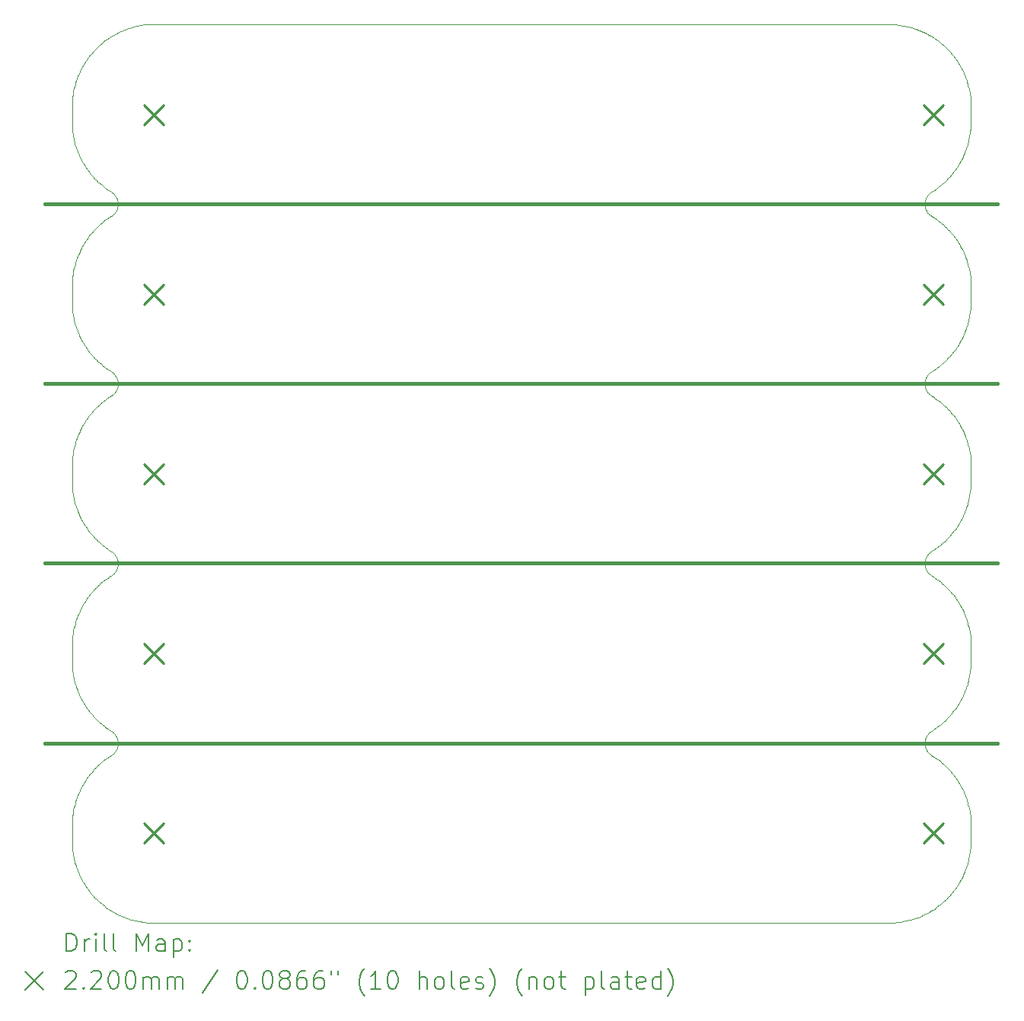
<source format=gbr>
%FSLAX45Y45*%
G04 Gerber Fmt 4.5, Leading zero omitted, Abs format (unit mm)*
G04 Created by KiCad (PCBNEW (6.0.5)) date 2023-07-06 00:36:30*
%MOMM*%
%LPD*%
G01*
G04 APERTURE LIST*
%TA.AperFunction,Profile*%
%ADD10C,0.100000*%
%TD*%
%TA.AperFunction,Profile*%
%ADD11C,0.400000*%
%TD*%
%ADD12C,0.200000*%
%ADD13C,0.220000*%
G04 APERTURE END LIST*
D10*
X9860584Y-4794617D02*
X9860065Y-4798623D01*
X19836812Y-4768943D02*
X19836808Y-4768918D01*
X9983217Y-8443160D02*
X9983204Y-8443181D01*
X19779569Y-7429052D02*
X19779579Y-7429029D01*
X19701545Y-8417882D02*
X19677474Y-8382542D01*
X9958251Y-2487529D02*
X9958239Y-2487552D01*
X10306096Y-8121848D02*
X10299923Y-8126745D01*
X19505028Y-5797491D02*
X19537725Y-5769938D01*
X19760789Y-3471971D02*
X19760801Y-3471948D01*
X19440006Y-8153074D02*
X19439985Y-8153060D01*
X10383022Y-11915752D02*
X10422187Y-11932757D01*
X9960141Y-6483959D02*
X9958251Y-6487529D01*
X19035699Y-11993484D02*
X19078053Y-11987618D01*
X10162269Y-4227873D02*
X10162250Y-4227890D01*
X9939193Y-2525863D02*
X9937488Y-2529525D01*
X19817088Y-10677352D02*
X19816028Y-10673454D01*
X10084267Y-3694617D02*
X10113454Y-3725782D01*
X9950363Y-3498650D02*
X9950374Y-3498673D01*
X10113472Y-7725800D02*
X10116303Y-7728673D01*
X10352816Y-7943216D02*
X10355435Y-7950647D01*
X19429090Y-11852365D02*
X19429111Y-11852351D01*
X19770269Y-2544993D02*
X19770259Y-2544969D01*
X19760801Y-3471948D02*
X19762506Y-3468286D01*
X19464471Y-5828266D02*
X19467751Y-5825908D01*
X9852997Y-5140225D02*
X9852997Y-5140247D01*
X19846856Y-4858298D02*
X19846854Y-4858276D01*
X19574928Y-5735184D02*
X19574946Y-5735166D01*
X19616432Y-2306227D02*
X19616415Y-2306208D01*
X19846997Y-9105751D02*
X19846997Y-9105724D01*
X9939204Y-8525839D02*
X9939193Y-8525862D01*
X19360851Y-5912222D02*
X19365317Y-5905735D01*
X19748378Y-10499027D02*
X19748366Y-10499005D01*
X19607424Y-11701403D02*
X19635525Y-11669176D01*
X10437509Y-2060337D02*
X10437485Y-2060346D01*
X19750219Y-2502652D02*
X19750207Y-2502629D01*
X19748378Y-4499028D02*
X19748366Y-4499005D01*
X19836147Y-8764906D02*
X19828124Y-8722907D01*
X19646700Y-2341984D02*
X19646684Y-2341965D01*
X19505028Y-9797491D02*
X19537725Y-9769938D01*
X10361835Y-4020690D02*
X10360605Y-4028473D01*
X10257235Y-5845105D02*
X10260590Y-5847344D01*
X10274322Y-6143243D02*
X10274300Y-6143257D01*
X19553590Y-4242317D02*
X19550614Y-4239585D01*
X19760789Y-9471971D02*
X19760801Y-9471948D01*
X9903856Y-4612605D02*
X9902533Y-4616422D01*
X9867900Y-10748318D02*
X9867895Y-10748343D01*
X19817088Y-2677352D02*
X19816028Y-2673454D01*
X10345334Y-10073035D02*
X10341531Y-10079936D01*
X19803743Y-2632445D02*
X19802485Y-2628606D01*
X19779579Y-9429029D02*
X19781094Y-9425284D01*
X9950363Y-9498650D02*
X9950374Y-9498673D01*
X19384262Y-10114159D02*
X19378700Y-10108583D01*
X19518368Y-4211467D02*
X19518348Y-4211450D01*
X9852997Y-8892087D02*
X9852997Y-9140224D01*
X10125066Y-2262627D02*
X10125048Y-2262645D01*
X19584376Y-2272064D02*
X19584358Y-2272046D01*
X9999103Y-9583221D02*
X10023192Y-9618475D01*
X19140538Y-2023631D02*
X19098680Y-2014901D01*
X19607424Y-3701404D02*
X19635525Y-3669177D01*
X19739841Y-9513874D02*
X19739853Y-9513852D01*
X19816028Y-8673454D02*
X19816021Y-8673429D01*
X19352909Y-9925820D02*
X19356711Y-9918923D01*
X19584376Y-4272064D02*
X19584358Y-4272046D01*
X10061859Y-10331785D02*
X10035443Y-10365407D01*
X19796138Y-11385205D02*
X19797460Y-11381388D01*
X19846967Y-6860022D02*
X19846965Y-6859979D01*
X19748378Y-6499028D02*
X19748366Y-6499005D01*
X10081553Y-3691566D02*
X10081569Y-3691585D01*
X10232243Y-6171903D02*
X10232223Y-6171918D01*
X9981133Y-8446650D02*
X9981121Y-8446672D01*
X10125048Y-10262645D02*
X10095336Y-10293393D01*
X19832822Y-5245494D02*
X19832827Y-5245468D01*
X10329722Y-3902159D02*
X10334404Y-3908497D01*
X19839929Y-7199188D02*
X19839932Y-7199163D01*
X10293516Y-4131331D02*
X10286879Y-4135600D01*
X19666995Y-11629123D02*
X19691658Y-11594195D01*
X19716777Y-5554651D02*
X19716790Y-5554629D01*
X10469793Y-11950598D02*
X10469817Y-11950606D01*
X19836812Y-6768943D02*
X19836808Y-6768917D01*
X10194966Y-2200320D02*
X10162269Y-2227873D01*
X19365317Y-7905735D02*
X19370098Y-7899476D01*
X10270883Y-10145459D02*
X10235544Y-10169530D01*
X19439985Y-10153060D02*
X19409070Y-10133520D01*
X19347988Y-11899172D02*
X19385601Y-11878836D01*
X19691673Y-5594174D02*
X19693918Y-5590816D01*
X19846965Y-10859979D02*
X19846856Y-10858297D01*
X10485444Y-2043261D02*
X10481605Y-2044519D01*
X19847003Y-2861707D02*
X19846967Y-2860023D01*
X19619130Y-10309268D02*
X19619114Y-10309248D01*
X9912365Y-5413213D02*
X9913822Y-5416974D01*
X10323055Y-6105410D02*
X10317676Y-6111167D01*
X19409070Y-10133520D02*
X19402508Y-10129142D01*
X10025582Y-7621787D02*
X10051439Y-7655765D01*
X10125048Y-6262645D02*
X10095336Y-6293393D01*
X19467751Y-9825908D02*
X19467771Y-9825892D01*
X19363761Y-10090302D02*
X19359405Y-10083741D01*
X19638118Y-9666045D02*
X19638134Y-9666026D01*
X9883266Y-5324323D02*
X9884332Y-5328212D01*
X19584358Y-4272046D02*
X19553609Y-4242334D01*
X19703747Y-6421299D02*
X19701559Y-6417903D01*
X19741743Y-11510281D02*
X19741755Y-11510259D01*
X19574946Y-7735165D02*
X19604658Y-7704417D01*
X9952207Y-9502266D02*
X9952219Y-9502288D01*
X19718873Y-7551138D02*
X19739841Y-7513874D01*
X9958239Y-6487552D02*
X9939204Y-6525839D01*
X19337631Y-9970360D02*
X19339247Y-9962651D01*
X9896673Y-11369115D02*
X9896680Y-11369139D01*
X10150054Y-9761067D02*
X10150073Y-9761084D01*
X9912356Y-5413189D02*
X9912365Y-5413213D01*
X19587226Y-8274963D02*
X19587208Y-8274944D01*
X10257235Y-7845105D02*
X10260590Y-7847344D01*
X19716777Y-9554651D02*
X19716790Y-9554629D01*
X19321137Y-2086192D02*
X19317475Y-2084487D01*
X19649224Y-2345139D02*
X19646700Y-2341984D01*
X19005819Y-2002654D02*
X19005793Y-2002652D01*
X19440006Y-2153075D02*
X19439985Y-2153061D01*
X10222292Y-11820479D02*
X10222312Y-11820494D01*
X19842677Y-6811297D02*
X19836812Y-6768943D01*
X10530376Y-2029910D02*
X10530351Y-2029917D01*
X9981133Y-6446650D02*
X9981121Y-6446672D01*
X10469817Y-11950606D02*
X10510512Y-11963529D01*
X9950363Y-11498650D02*
X9950374Y-11498673D01*
X19844344Y-11156607D02*
X19844658Y-11152580D01*
X19515217Y-8208858D02*
X19481595Y-8182441D01*
X19550614Y-4239585D02*
X19550595Y-4239568D01*
X10006062Y-8407016D02*
X9983217Y-8443160D01*
X9876630Y-10706460D02*
X9867900Y-10748318D01*
X19336399Y-7978139D02*
X19337631Y-7970360D01*
X19646684Y-4341964D02*
X19619130Y-4309268D01*
X19443365Y-10155319D02*
X19440006Y-10153074D01*
X10351891Y-4058711D02*
X10348790Y-4065954D01*
X19619130Y-6309268D02*
X19619114Y-6309248D01*
X9912365Y-7413213D02*
X9913822Y-7416974D01*
X19360851Y-7912222D02*
X19365317Y-7905735D01*
X19478315Y-10179997D02*
X19443386Y-10155334D01*
X10033014Y-4368666D02*
X10032999Y-4368687D01*
X10051455Y-11655785D02*
X10053978Y-11658931D01*
X9876636Y-10706435D02*
X9876630Y-10706460D01*
X19843132Y-8815337D02*
X19842680Y-8811322D01*
X19464450Y-5828281D02*
X19464471Y-5828266D01*
X10008321Y-4403636D02*
X10006076Y-4406995D01*
X19703747Y-4421299D02*
X19701559Y-4417903D01*
X9856965Y-11186589D02*
X9857425Y-11190596D01*
X10035427Y-10365427D02*
X10033014Y-10368666D01*
X19638134Y-7666026D02*
X19664551Y-7632404D01*
X10356998Y-6043808D02*
X10354629Y-6051323D01*
X10061876Y-10331765D02*
X10061859Y-10331785D01*
X9931925Y-11460110D02*
X9931936Y-11460133D01*
X19823364Y-7291350D02*
X19832094Y-7249493D01*
X10354629Y-6051323D02*
X10351891Y-6058711D01*
X19380562Y-7887708D02*
X19386217Y-7882227D01*
X9903865Y-4612581D02*
X9903856Y-4612605D01*
X10257235Y-9845105D02*
X10260590Y-9847344D01*
X10425950Y-11934278D02*
X10425974Y-11934287D01*
X19728017Y-10461370D02*
X19726006Y-10457866D01*
X10342798Y-7921828D02*
X10346489Y-7928789D01*
X10150073Y-5761084D02*
X10182285Y-5789110D01*
X9960153Y-8483937D02*
X9960141Y-8483959D01*
X10349831Y-5935924D02*
X10352816Y-5943216D01*
X19550595Y-10239567D02*
X19518368Y-10211466D01*
X19677459Y-8382521D02*
X19675100Y-8379242D01*
X10222292Y-5820480D02*
X10222312Y-5820495D01*
X19822432Y-11295307D02*
X19823358Y-11291375D01*
X19803743Y-4632445D02*
X19802485Y-4628606D01*
X10035443Y-6365407D02*
X10035427Y-6365427D01*
X19501834Y-5800047D02*
X19501854Y-5800031D01*
X9930278Y-9456428D02*
X9931925Y-9460110D01*
X19803751Y-6632469D02*
X19803743Y-6632445D01*
X19341242Y-9955032D02*
X19343612Y-9947521D01*
X9864051Y-3236932D02*
X9872152Y-3278855D01*
X9860062Y-8798648D02*
X9855652Y-8841178D01*
X9999103Y-7583221D02*
X10023192Y-7618475D01*
X19340521Y-4040606D02*
X19338654Y-4032955D01*
X19716777Y-3554651D02*
X19716790Y-3554629D01*
X10740903Y-11999890D02*
X10740929Y-11999891D01*
X9873029Y-7282843D02*
X9883260Y-7324298D01*
X19666995Y-3629124D02*
X19691658Y-3594195D01*
X19836812Y-8768943D02*
X19836808Y-8768917D01*
X19607424Y-9701404D02*
X19635525Y-9669176D01*
X19337169Y-10025220D02*
X19336068Y-10017421D01*
X10300233Y-11872230D02*
X10337460Y-11893140D01*
X19779579Y-3429029D02*
X19781094Y-3425284D01*
X19616432Y-10306227D02*
X19616415Y-10306208D01*
X9950374Y-11498673D02*
X9952207Y-11502265D01*
X10147061Y-5758325D02*
X10147080Y-5758342D01*
X19846856Y-6858297D02*
X19846854Y-6858276D01*
X19518368Y-8211466D02*
X19518348Y-8211450D01*
X19770269Y-10544992D02*
X19770259Y-10544969D01*
X19537744Y-7769921D02*
X19540765Y-7767240D01*
X10319446Y-3890219D02*
X10324732Y-3896062D01*
X10352816Y-9943216D02*
X10355435Y-9950647D01*
X19846889Y-9109869D02*
X19846997Y-9105751D01*
X9853106Y-4887915D02*
X9853105Y-4887941D01*
X19846997Y-5105751D02*
X19846997Y-5105725D01*
X19574946Y-9735165D02*
X19604658Y-9704417D01*
X10023192Y-3618475D02*
X10023207Y-3618496D01*
X9920425Y-4568758D02*
X9920415Y-4568782D01*
X9972601Y-7539837D02*
X9974615Y-7543331D01*
X19802477Y-8628582D02*
X19788129Y-8588302D01*
X9867167Y-2752343D02*
X9860588Y-2794591D01*
X19828119Y-10722882D02*
X19827260Y-10718935D01*
X10051455Y-9655785D02*
X10053978Y-9658932D01*
X19349453Y-5932897D02*
X19352909Y-5925820D01*
X19844660Y-9152554D02*
X19846888Y-9109895D01*
X19553609Y-6242334D02*
X19553590Y-6242316D01*
X9896680Y-7369139D02*
X9897944Y-7372969D01*
X10064468Y-4328634D02*
X10064452Y-4328654D01*
X10260612Y-5847358D02*
X10289044Y-5865295D01*
X9974628Y-3543353D02*
X9996886Y-3579791D01*
X19649224Y-4345139D02*
X19646700Y-4341984D01*
X10346489Y-9928789D02*
X10349831Y-9935924D01*
X10051439Y-5655765D02*
X10051455Y-5655785D01*
X19750219Y-4502652D02*
X19750207Y-4502629D01*
X19537725Y-3769938D02*
X19537744Y-3769921D01*
X19335554Y-7985969D02*
X19336399Y-7978139D01*
X19839932Y-9199163D02*
X19844342Y-9156632D01*
X10053995Y-7658951D02*
X10081553Y-7691565D01*
X10293516Y-10131331D02*
X10286879Y-10135600D01*
X9889559Y-10657218D02*
X9888433Y-10661097D01*
X19839929Y-5199188D02*
X19839932Y-5199163D01*
X19604658Y-5704417D02*
X19604676Y-5704399D01*
X10033014Y-10368666D02*
X10032999Y-10368687D01*
X19404713Y-7867554D02*
X19411347Y-7863287D01*
X9912356Y-11413189D02*
X9912365Y-11413212D01*
X10150054Y-5761067D02*
X10150073Y-5761084D01*
X9896680Y-9369139D02*
X9897944Y-9372969D01*
X19796129Y-5385230D02*
X19796138Y-5385205D01*
X19587226Y-4274963D02*
X19587208Y-4274945D01*
X10219055Y-11818073D02*
X10222292Y-11820479D01*
X9983217Y-10443160D02*
X9983204Y-10443181D01*
X19846856Y-2858298D02*
X19846854Y-2858276D01*
X9876636Y-4706436D02*
X9876630Y-4706461D01*
X19803743Y-10632445D02*
X19802485Y-10628606D01*
X19716790Y-11554629D02*
X19718860Y-11551160D01*
X9913822Y-11416973D02*
X9913831Y-11416997D01*
X10064452Y-2328654D02*
X10061876Y-2331765D01*
X9877561Y-6702503D02*
X9876636Y-6706435D01*
X19716790Y-5554629D02*
X19718860Y-5551161D01*
X9855336Y-8845231D02*
X9855334Y-8845256D01*
X10274322Y-2143244D02*
X10274300Y-2143257D01*
X19828119Y-6722882D02*
X19827260Y-6718935D01*
X19390094Y-8119453D02*
X19384262Y-8114159D01*
X10023207Y-9618496D02*
X10025567Y-9621766D01*
X19467751Y-7825908D02*
X19467771Y-7825892D01*
X10182285Y-11789110D02*
X10182305Y-11789127D01*
X9974628Y-11543353D02*
X9996886Y-11579791D01*
X19365317Y-3905735D02*
X19370098Y-3899476D01*
X19844342Y-9156632D02*
X19844344Y-9156607D01*
X19584358Y-10272046D02*
X19553609Y-10242334D01*
X9856963Y-7186564D02*
X9856965Y-7186590D01*
X10053995Y-9658951D02*
X10081553Y-9691565D01*
X10295612Y-7869670D02*
X10301945Y-7874358D01*
X19398308Y-3872137D02*
X19404713Y-3867554D01*
X19352909Y-5925820D02*
X19356711Y-5918923D01*
X19392138Y-9877032D02*
X19398308Y-9872137D01*
X19832822Y-9245493D02*
X19832827Y-9245468D01*
X9855334Y-4845257D02*
X9853106Y-4887915D01*
X19768605Y-4541256D02*
X19750219Y-4502652D01*
X9873024Y-3282819D02*
X9873029Y-3282844D01*
X19439985Y-4153061D02*
X19409070Y-4133520D01*
X19234418Y-2050864D02*
X19234394Y-2050856D01*
X19843134Y-10815362D02*
X19843132Y-10815337D01*
X10348790Y-8065954D02*
X10345334Y-8073035D01*
X19390094Y-10119453D02*
X19384262Y-10114159D01*
X19082089Y-11986954D02*
X19124088Y-11978931D01*
X19779569Y-5429052D02*
X19779579Y-5429029D01*
X19832094Y-9249493D02*
X19832099Y-9249468D01*
X19718873Y-11551138D02*
X19739841Y-11513874D01*
X10125048Y-2262645D02*
X10095336Y-2293394D01*
X10356998Y-10043808D02*
X10354629Y-10051322D01*
X10035443Y-4365407D02*
X10035427Y-4365427D01*
X10351891Y-8058711D02*
X10348790Y-8065954D01*
X10274300Y-4143257D02*
X10270904Y-4145445D01*
X19844658Y-9152580D02*
X19844660Y-9152554D01*
X10651749Y-11992948D02*
X10651774Y-11992951D01*
X9857428Y-3190622D02*
X9863379Y-3232903D01*
X10162250Y-8227889D02*
X10159228Y-8230571D01*
X18954936Y-2000000D02*
X18954910Y-2000000D01*
X19429090Y-7852366D02*
X19429111Y-7852351D01*
X10299923Y-4126746D02*
X10293516Y-4131331D01*
X19515237Y-10208874D02*
X19515217Y-10208858D01*
X19638134Y-5666026D02*
X19664551Y-5632404D01*
X9863383Y-7232928D02*
X9864047Y-7236907D01*
X19675100Y-8379242D02*
X19675085Y-8379221D01*
X9876636Y-2706436D02*
X9876630Y-2706461D01*
X19846967Y-2860023D02*
X19846965Y-2859979D01*
X19540765Y-7767240D02*
X19540784Y-7767223D01*
X9884339Y-3328237D02*
X9896673Y-3369115D01*
X19587226Y-10274963D02*
X19587208Y-10274944D01*
X10257235Y-11845105D02*
X10260590Y-11847344D01*
X10235544Y-10169530D02*
X10235523Y-10169544D01*
X9884332Y-7328212D02*
X9884339Y-7328237D01*
X19587208Y-2274945D02*
X19584376Y-2272064D01*
X10352005Y-2098639D02*
X10314393Y-2118975D01*
X9972588Y-7539814D02*
X9972601Y-7539837D01*
X9853036Y-5141976D02*
X9853037Y-5142020D01*
X19505008Y-11797507D02*
X19505028Y-11797491D01*
X19701545Y-6417882D02*
X19677474Y-6382542D01*
X9864051Y-7236932D02*
X9872152Y-7278854D01*
X19797468Y-11381364D02*
X19810427Y-11340617D01*
X9999103Y-5583221D02*
X10023192Y-5618475D01*
X19537744Y-9769921D02*
X19540765Y-9767240D01*
X9960141Y-10483959D02*
X9958251Y-10487529D01*
X19741755Y-7510259D02*
X19760789Y-7471971D01*
X9912365Y-3413213D02*
X9913822Y-3416974D01*
X18987017Y-11997772D02*
X18988693Y-11997663D01*
X19846997Y-7105751D02*
X19846997Y-7105724D01*
X19343612Y-9947521D02*
X19346351Y-9940137D01*
X19823358Y-3291375D02*
X19823364Y-3291350D01*
X10437485Y-2060346D02*
X10397992Y-2076735D01*
X19839409Y-5203194D02*
X19839929Y-5199188D01*
X9983204Y-2443182D02*
X9981133Y-2446650D01*
X9855334Y-2845257D02*
X9853106Y-2887915D01*
X19481595Y-6182441D02*
X19481575Y-6182426D01*
X19359405Y-6083741D02*
X19355379Y-6076971D01*
X10159228Y-6230571D02*
X10159209Y-6230588D01*
X19811567Y-3336688D02*
X19822426Y-3295332D01*
X19574928Y-9735184D02*
X19574946Y-9735165D01*
X9877561Y-2702504D02*
X9876636Y-2706436D01*
X9918890Y-4572550D02*
X9903865Y-4612581D01*
X19429111Y-3852352D02*
X19464450Y-3828281D01*
X10668360Y-2003869D02*
X10668335Y-2003872D01*
X19802485Y-4628606D02*
X19802477Y-4628582D01*
X9855649Y-10841203D02*
X9855336Y-10845231D01*
X19788129Y-6588302D02*
X19788120Y-6588278D01*
X9930278Y-3456428D02*
X9931925Y-3460110D01*
X19797460Y-3381388D02*
X19797468Y-3381364D01*
X9950374Y-3498673D02*
X9952207Y-3502266D01*
X9853037Y-5142020D02*
X9853153Y-5143746D01*
X10084250Y-11694598D02*
X10084267Y-11694617D01*
X9877561Y-4702503D02*
X9876636Y-4706436D01*
X19803743Y-6632445D02*
X19802485Y-6628606D01*
X19540784Y-3767223D02*
X19572029Y-3738034D01*
X9853037Y-9142020D02*
X9853153Y-9143746D01*
X10092569Y-8296407D02*
X10064468Y-8328634D01*
X19635542Y-3669157D02*
X19638118Y-3666046D01*
X9860584Y-2794617D02*
X9860065Y-2798623D01*
X19803751Y-2632469D02*
X19803743Y-2632445D01*
X10514411Y-11964659D02*
X10514435Y-11964665D01*
X19638134Y-11666025D02*
X19664551Y-11632404D01*
X9918899Y-6572526D02*
X9918890Y-6572550D01*
X10182305Y-3789127D02*
X10185414Y-3791696D01*
X19481595Y-8182441D02*
X19481575Y-8182426D01*
X19811567Y-5336688D02*
X19822426Y-5295332D01*
X19348357Y-6062876D02*
X19345378Y-6055585D01*
X19035673Y-11993487D02*
X19035699Y-11993484D01*
X10617930Y-2010852D02*
X10617905Y-2010857D01*
X19443386Y-10155334D02*
X19443365Y-10155319D01*
X19844342Y-11156632D02*
X19844344Y-11156607D01*
X19839409Y-7203194D02*
X19839929Y-7199188D01*
X19844660Y-7152554D02*
X19846888Y-7109895D01*
X19574946Y-11735165D02*
X19604658Y-11704417D01*
X19001766Y-2002338D02*
X19001740Y-2002336D01*
X9902533Y-4616422D02*
X9902525Y-4616447D01*
X19515217Y-10208858D02*
X19481595Y-10182441D01*
X19748366Y-8499005D02*
X19728030Y-8461392D01*
X19796138Y-5385205D02*
X19797460Y-5381388D01*
X10324732Y-7896061D02*
X10329722Y-7902159D01*
X19515237Y-6208874D02*
X19515217Y-6208858D01*
X10006076Y-2406995D02*
X10006062Y-2407016D01*
X19340521Y-6040606D02*
X19338654Y-6032954D01*
X19675085Y-8379221D02*
X19649239Y-8345159D01*
X10182285Y-5789110D02*
X10182305Y-5789127D01*
X19811560Y-7336713D02*
X19811567Y-7336688D01*
X10555737Y-11975494D02*
X10555762Y-11975500D01*
X9920415Y-8568782D02*
X9918899Y-8572526D01*
X19481575Y-4182426D02*
X19478335Y-4180012D01*
X19728030Y-10461392D02*
X19728017Y-10461370D01*
X19677459Y-4382522D02*
X19675100Y-4379242D01*
X19584376Y-6272064D02*
X19584358Y-6272046D01*
X19716790Y-7554629D02*
X19718860Y-7551160D01*
X10329722Y-5902159D02*
X10334404Y-5908497D01*
X19827260Y-10718935D02*
X19827254Y-10718910D01*
X9958251Y-6487529D02*
X9958239Y-6487552D01*
X10194966Y-4200319D02*
X10162269Y-4227873D01*
X10127946Y-6259795D02*
X10125066Y-6262627D01*
X19359405Y-8083741D02*
X19355379Y-8076971D01*
X19518348Y-4211450D02*
X19515237Y-4208874D01*
X10081569Y-5691585D02*
X10084250Y-5694598D01*
X10025567Y-11621766D02*
X10025582Y-11621787D01*
X19345378Y-8055585D02*
X19342764Y-8048156D01*
X9920425Y-8568758D02*
X9920415Y-8568782D01*
X19572048Y-11738016D02*
X19574928Y-11735183D01*
X10113472Y-9725800D02*
X10116303Y-9728673D01*
X19335098Y-7993832D02*
X19335554Y-7985969D01*
X10113454Y-11725781D02*
X10113472Y-11725800D01*
X19839406Y-5203220D02*
X19839409Y-5203194D01*
X10162250Y-6227889D02*
X10159228Y-6230571D01*
X10219055Y-7818073D02*
X10222292Y-7820480D01*
X9857425Y-11190596D02*
X9857428Y-11190622D01*
X19518348Y-8211450D02*
X19515237Y-8208874D01*
X10605507Y-11985861D02*
X10605533Y-11985866D01*
X19760789Y-7471971D02*
X19760801Y-7471948D01*
X10295612Y-3869670D02*
X10301945Y-3874358D01*
X19396181Y-4124451D02*
X19390094Y-4119453D01*
X9974615Y-3543331D02*
X9974628Y-3543353D01*
X9972588Y-11539814D02*
X9972601Y-11539837D01*
X19842680Y-2811322D02*
X19842677Y-2811297D01*
X10113454Y-5725782D02*
X10113472Y-5725800D01*
X9903865Y-10612581D02*
X9903856Y-10612605D01*
X19218389Y-11953292D02*
X19218413Y-11953283D01*
X19375184Y-7893462D02*
X19380562Y-7887708D01*
X10033014Y-6368666D02*
X10032999Y-6368687D01*
X19810435Y-11340592D02*
X19811560Y-11336713D01*
X19619114Y-6309248D02*
X19616432Y-6306227D01*
X10035443Y-10365407D02*
X10035427Y-10365427D01*
X19359405Y-10083741D02*
X19355379Y-10076971D01*
X10306096Y-6121848D02*
X10299923Y-6126745D01*
X9902525Y-10616446D02*
X9889566Y-10657193D01*
X10349831Y-3935924D02*
X10352816Y-3943217D01*
X10559713Y-11976429D02*
X10601514Y-11985135D01*
X19832099Y-5249468D02*
X19832822Y-5245494D01*
X9889566Y-6657193D02*
X9889559Y-6657218D01*
X19832827Y-3245468D02*
X19839406Y-3203220D01*
X19355379Y-4076971D02*
X19351693Y-4070011D01*
X19370098Y-9899476D02*
X19375184Y-9893462D01*
X19356711Y-9918923D02*
X19360851Y-9912222D01*
X10301945Y-7874358D02*
X10308039Y-7879353D01*
X19501854Y-11800031D02*
X19505008Y-11797507D01*
X19635525Y-7669176D02*
X19635542Y-7669157D01*
X9873029Y-3282844D02*
X9883260Y-3324298D01*
X10053995Y-3658951D02*
X10081553Y-3691566D01*
X10257214Y-5845091D02*
X10257235Y-5845105D01*
X19052381Y-2007586D02*
X19048375Y-2007067D01*
X19359405Y-4083741D02*
X19355379Y-4076971D01*
X9852997Y-9140247D02*
X9853036Y-9141976D01*
X10354629Y-8051322D02*
X10351891Y-8058711D01*
X10341531Y-8079936D02*
X10337391Y-8086640D01*
X19616432Y-6306227D02*
X19616415Y-6306208D01*
X19649239Y-2345159D02*
X19649224Y-2345139D01*
X19691673Y-11594174D02*
X19693918Y-11590816D01*
X9873029Y-11282843D02*
X9883260Y-11324297D01*
X19703760Y-10421321D02*
X19703747Y-10421299D01*
X10337391Y-4086640D02*
X10332925Y-4093131D01*
X19691673Y-7594174D02*
X19693918Y-7590816D01*
X10198140Y-6197780D02*
X10194985Y-6200303D01*
X10363130Y-10004990D02*
X10362677Y-10012856D01*
X19375184Y-9893462D02*
X19380562Y-9887708D01*
X19832827Y-5245468D02*
X19839406Y-5203220D01*
X19481575Y-6182426D02*
X19478335Y-6180012D01*
X19827254Y-2718911D02*
X19817094Y-2677377D01*
X19348357Y-8062876D02*
X19345378Y-8055585D01*
X19443386Y-8155334D02*
X19443365Y-8155319D01*
X19728030Y-4461392D02*
X19728017Y-4461370D01*
X10334404Y-9908497D02*
X10338766Y-9915058D01*
X19572029Y-5738034D02*
X19572048Y-5738016D01*
X10338766Y-3915058D02*
X10342798Y-3921828D01*
X19368436Y-8096640D02*
X19363761Y-8090302D01*
X19847003Y-4861729D02*
X19847003Y-4861707D01*
X19788120Y-8588278D02*
X19786667Y-8584509D01*
X18959081Y-2000109D02*
X18959055Y-2000108D01*
X10360605Y-10028473D02*
X10358991Y-10036185D01*
X19770269Y-4544993D02*
X19770259Y-4544969D01*
X19762506Y-3468286D02*
X19762516Y-3468263D01*
X9897944Y-9372969D02*
X9897952Y-9372994D01*
X19779569Y-11429052D02*
X19779579Y-11429028D01*
X10113472Y-11725800D02*
X10116303Y-11728672D01*
X19429111Y-5852352D02*
X19464450Y-5828281D01*
X19779569Y-3429052D02*
X19779579Y-3429029D01*
X10270883Y-2145459D02*
X10235544Y-2169530D01*
X19518368Y-6211467D02*
X19518348Y-6211450D01*
X9972601Y-9539837D02*
X9974615Y-9543331D01*
X9853105Y-8887941D02*
X9852997Y-8892061D01*
X9937488Y-10529524D02*
X9937477Y-10529548D01*
X10182285Y-3789110D02*
X10182305Y-3789127D01*
X19402508Y-8129142D02*
X19396181Y-8124451D01*
X19173541Y-11966834D02*
X19173566Y-11966827D01*
X19616415Y-10306208D02*
X19587226Y-10274963D01*
X10061876Y-4331765D02*
X10061859Y-4331785D01*
X10194966Y-8200319D02*
X10162269Y-8227873D01*
X9897944Y-5372970D02*
X9897952Y-5372994D01*
X19402508Y-10129142D02*
X19396181Y-10124451D01*
X10361835Y-6020690D02*
X10360605Y-6028473D01*
X19693918Y-5590816D02*
X19693931Y-5590795D01*
X19481595Y-4182441D02*
X19481575Y-4182426D01*
X19796129Y-7385229D02*
X19796138Y-7385205D01*
X10257214Y-11845091D02*
X10257235Y-11845105D01*
X19823364Y-9291350D02*
X19832094Y-9249493D01*
X10127964Y-8259777D02*
X10127946Y-8259795D01*
X10362866Y-3989238D02*
X10363194Y-3997111D01*
X10095336Y-8293393D02*
X10095318Y-8293412D01*
X10355629Y-2096797D02*
X10352028Y-2098627D01*
X10362866Y-5989238D02*
X10363194Y-5997111D01*
X10698317Y-11997667D02*
X10740903Y-11999890D01*
X19846854Y-2858276D02*
X19843134Y-2815362D01*
X19363761Y-4090303D02*
X19359405Y-4083741D01*
X10465957Y-11949271D02*
X10465981Y-11949280D01*
X9939204Y-4525839D02*
X9939193Y-4525863D01*
X10310845Y-2121011D02*
X10274322Y-2143244D01*
X19501854Y-9800031D02*
X19505008Y-9797508D01*
X10095336Y-4293394D02*
X10095318Y-4293412D01*
X9852997Y-3140247D02*
X9853036Y-3141976D01*
X19370098Y-5899476D02*
X19375184Y-5893463D01*
X10360605Y-8028473D02*
X10358991Y-8036185D01*
X10257214Y-3845091D02*
X10257235Y-3845105D01*
X19140563Y-2023636D02*
X19140538Y-2023631D01*
X9896673Y-3369115D02*
X9896680Y-3369139D01*
X9883266Y-7324322D02*
X9884332Y-7328212D01*
X19726006Y-8457867D02*
X19725993Y-8457845D01*
X19728017Y-8461370D02*
X19726006Y-8457867D01*
X19607407Y-5701423D02*
X19607424Y-5701404D01*
X19677474Y-10382542D02*
X19677459Y-10382521D01*
X19832094Y-5249493D02*
X19832099Y-5249468D01*
X9855649Y-2841204D02*
X9855336Y-2845231D01*
X10319446Y-7890218D02*
X10324732Y-7896061D01*
X10317676Y-6111167D02*
X10312018Y-6116651D01*
X19832827Y-9245468D02*
X19839406Y-9203219D01*
X10147080Y-7758342D02*
X10150054Y-7761067D01*
X9855334Y-8845256D02*
X9853106Y-8887915D01*
X19677474Y-6382542D02*
X19677459Y-6382521D01*
X19836808Y-4768918D02*
X19836152Y-4764932D01*
X9918890Y-10572550D02*
X9903865Y-10612581D01*
X19390094Y-4119453D02*
X19384262Y-4114159D01*
X9852997Y-11140246D02*
X9853036Y-11141975D01*
X19675100Y-2379242D02*
X19675085Y-2379222D01*
X19770259Y-8544969D02*
X19768616Y-8541279D01*
X10355435Y-3950648D02*
X10357684Y-3958199D01*
X9950374Y-9498673D02*
X9952207Y-9502266D01*
X19847003Y-6861729D02*
X19847003Y-6861707D01*
X10127964Y-6259777D02*
X10127946Y-6259795D01*
X10008321Y-2403637D02*
X10006076Y-2406995D01*
X9852997Y-4892087D02*
X9852997Y-5140225D01*
X19501834Y-3800047D02*
X19501854Y-3800031D01*
X19537725Y-5769938D02*
X19537744Y-5769921D01*
X9983204Y-10443181D02*
X9981133Y-10446650D01*
X10006076Y-10406995D02*
X10006062Y-10407016D01*
X19380562Y-5887708D02*
X19386217Y-5882227D01*
X9930278Y-5456428D02*
X9931925Y-5460110D01*
X19345378Y-10055585D02*
X19342764Y-10048156D01*
X9852997Y-3140225D02*
X9852997Y-3140247D01*
X19373420Y-8102739D02*
X19368436Y-8096640D01*
X10342798Y-5921828D02*
X10346489Y-5928789D01*
X19725993Y-6457845D02*
X19703760Y-6421321D01*
X19779579Y-5429029D02*
X19781094Y-5425284D01*
X19786667Y-6584509D02*
X19786658Y-6584485D01*
X19341242Y-3955032D02*
X19343612Y-3947521D01*
X19439985Y-6153061D02*
X19409070Y-6133520D01*
X19384262Y-6114159D02*
X19378700Y-6108584D01*
X19467771Y-3825893D02*
X19501834Y-3800047D01*
X10008321Y-10403636D02*
X10006076Y-10406995D01*
X10510512Y-11963529D02*
X10510537Y-11963536D01*
X10053978Y-3658932D02*
X10053995Y-3658951D01*
X10575906Y-2018880D02*
X10575881Y-2018885D01*
X19335355Y-10009577D02*
X19335031Y-10001708D01*
X9872157Y-5278880D02*
X9873024Y-5282819D01*
X19823358Y-11291375D02*
X19823364Y-11291350D01*
X10345334Y-8073035D02*
X10341531Y-8079936D01*
X19574946Y-3735166D02*
X19604658Y-3704417D01*
X10025567Y-5621767D02*
X10025582Y-5621787D01*
X19616432Y-8306227D02*
X19616415Y-8306208D01*
X10125066Y-4262627D02*
X10125048Y-4262645D01*
X19378700Y-6108584D02*
X19373420Y-6102739D01*
X9867171Y-10752317D02*
X9867167Y-10752342D01*
X19760801Y-7471948D02*
X19762506Y-7468286D01*
X19842680Y-4811322D02*
X19842677Y-4811297D01*
X10222312Y-7820495D02*
X10257214Y-7845091D01*
X19337631Y-7970360D02*
X19339247Y-7962651D01*
X10235544Y-8169530D02*
X10235523Y-8169544D01*
X9960141Y-4483959D02*
X9958251Y-4487529D01*
X10337391Y-8086640D02*
X10332925Y-8093131D01*
X19823358Y-9291375D02*
X19823364Y-9291350D01*
X19619130Y-8309268D02*
X19619114Y-8309248D01*
X9856963Y-3186564D02*
X9856965Y-3186590D01*
X19832094Y-7249493D02*
X19832099Y-7249468D01*
X19185876Y-2035427D02*
X19144520Y-2024568D01*
X19839409Y-11203194D02*
X19839929Y-11199188D01*
X9872152Y-5278855D02*
X9872157Y-5278880D01*
X9958251Y-10487529D02*
X9958239Y-10487552D01*
X10194966Y-6200319D02*
X10162269Y-6227873D01*
X19607424Y-7701404D02*
X19635525Y-7669176D01*
X19515217Y-6208858D02*
X19481595Y-6182441D01*
X10361835Y-8020690D02*
X10360605Y-8028473D01*
X19844344Y-5156607D02*
X19844658Y-5152580D01*
X19360851Y-3912222D02*
X19365317Y-3905735D01*
X19443365Y-4155320D02*
X19440006Y-4153075D01*
X10159228Y-10230571D02*
X10159209Y-10230588D01*
X10481581Y-2044527D02*
X10441302Y-2058876D01*
X19574946Y-5735166D02*
X19604658Y-5704417D01*
X19464450Y-9828281D02*
X19464471Y-9828266D01*
X19847003Y-6861707D02*
X19846967Y-6860022D01*
X19823364Y-3291350D02*
X19832094Y-3249493D01*
X9852997Y-5140247D02*
X9853036Y-5141976D01*
X9974628Y-7543353D02*
X9996886Y-7579791D01*
X10162250Y-10227889D02*
X10159228Y-10230571D01*
X19368436Y-4096641D02*
X19363761Y-4090303D01*
X10061859Y-8331785D02*
X10035443Y-8365407D01*
X9853036Y-3141976D02*
X9853037Y-3142020D01*
X19425694Y-3854554D02*
X19429090Y-3852366D01*
X9853154Y-3143768D02*
X9856963Y-3186564D01*
X9883260Y-11324297D02*
X9883266Y-11324322D01*
X19336068Y-4017421D02*
X19335355Y-4009577D01*
X19464471Y-3828266D02*
X19467751Y-3825908D01*
X9960141Y-8483959D02*
X9958251Y-8487529D01*
X10061876Y-6331765D02*
X10061859Y-6331785D01*
X10219035Y-11818057D02*
X10219055Y-11818073D01*
X10571909Y-2019750D02*
X10530376Y-2029910D01*
X19305738Y-11919411D02*
X19344341Y-11901025D01*
X10341071Y-11895048D02*
X10379318Y-11914030D01*
X19802485Y-2628606D02*
X19802477Y-2628582D01*
X19537725Y-11769938D02*
X19537744Y-11769921D01*
X9864051Y-9236932D02*
X9872152Y-9278854D01*
X9902533Y-2616423D02*
X9902525Y-2616447D01*
X9856963Y-9186564D02*
X9856965Y-9186590D01*
X19781094Y-7425284D02*
X19781104Y-7425260D01*
X10323055Y-4105410D02*
X10317676Y-4111167D01*
X19169618Y-11967900D02*
X19169643Y-11967894D01*
X9883266Y-9324322D02*
X9884332Y-9328212D01*
X19402508Y-6129142D02*
X19396181Y-6124451D01*
X19345378Y-6055585D02*
X19342764Y-6048156D01*
X19584358Y-8272046D02*
X19553609Y-8242334D01*
X9877567Y-8702478D02*
X9877561Y-8702503D01*
X19128085Y-11978060D02*
X19169618Y-11967900D01*
X19396181Y-10124451D02*
X19390094Y-10119453D01*
X19214525Y-11954557D02*
X19214550Y-11954549D01*
X9918899Y-8572526D02*
X9918890Y-8572550D01*
X9937477Y-6529548D02*
X9920425Y-6568758D01*
X10295612Y-5869670D02*
X10301945Y-5874358D01*
X19741755Y-11510259D02*
X19760789Y-11471971D01*
X19587208Y-10274944D02*
X19584376Y-10272064D01*
X19675085Y-4379222D02*
X19649239Y-4345159D01*
X10092569Y-2296407D02*
X10064468Y-2328634D01*
X10345334Y-6073035D02*
X10341531Y-6079936D01*
X19844342Y-3156633D02*
X19844344Y-3156607D01*
X19429111Y-7852351D02*
X19464450Y-7828281D01*
X9950363Y-5498650D02*
X9950374Y-5498673D01*
X9863379Y-9232903D02*
X9863383Y-9232928D01*
X19274449Y-2065889D02*
X19234418Y-2050864D01*
X19481575Y-8182426D02*
X19478335Y-8180012D01*
X19739853Y-3513852D02*
X19741743Y-3510282D01*
X10162269Y-10227873D02*
X10162250Y-10227889D01*
X10425974Y-11934287D02*
X10465957Y-11949271D01*
X19124113Y-11978925D02*
X19128060Y-11978066D01*
X19338654Y-10032954D02*
X19337169Y-10025220D01*
X10095318Y-4293412D02*
X10092586Y-4296388D01*
X9913822Y-5416974D02*
X9913831Y-5416997D01*
X9852997Y-7140224D02*
X9852997Y-7140247D01*
X19619114Y-8309248D02*
X19616432Y-8306227D01*
X9860062Y-2798648D02*
X9855652Y-2841178D01*
X9999103Y-11583221D02*
X10023192Y-11618474D01*
X10605533Y-11985866D02*
X10647724Y-11992427D01*
X10182305Y-7789127D02*
X10185414Y-7791696D01*
X19781094Y-3425284D02*
X19781104Y-3425261D01*
X19409070Y-4133520D02*
X19402508Y-4129142D01*
X19335554Y-3985970D02*
X19336399Y-3978139D01*
X9896673Y-9369115D02*
X9896680Y-9369139D01*
X19832099Y-3249468D02*
X19832822Y-3245494D01*
X10328142Y-10099393D02*
X10323055Y-10105409D01*
X10125066Y-6262627D02*
X10125048Y-6262645D01*
X19832822Y-11245493D02*
X19832827Y-11245468D01*
X10274300Y-8143257D02*
X10270904Y-8145445D01*
X19638118Y-3666046D02*
X19638134Y-3666026D01*
X19411347Y-7863287D02*
X19425672Y-7854567D01*
X9950363Y-7498650D02*
X9950374Y-7498673D01*
X9888433Y-6661098D02*
X9888426Y-6661122D01*
X10514435Y-11964665D02*
X10555737Y-11975494D01*
X9863379Y-11232903D02*
X9863383Y-11232928D01*
X19646700Y-8341984D02*
X19646684Y-8341964D01*
X19703760Y-4421321D02*
X19703747Y-4421299D01*
X19302001Y-11921075D02*
X19302025Y-11921065D01*
X19762506Y-7468286D02*
X19762516Y-7468263D01*
X19797460Y-7381388D02*
X19797468Y-7381364D01*
X9996886Y-11579791D02*
X9996899Y-11579812D01*
X19703760Y-2421321D02*
X19703747Y-2421299D01*
X10064468Y-10328634D02*
X10064452Y-10328653D01*
X19846965Y-4859979D02*
X19846856Y-4858298D01*
X19693931Y-7590794D02*
X19716777Y-7554651D01*
X10338766Y-7915058D02*
X10342798Y-7921828D01*
X19693931Y-9590794D02*
X19716777Y-9554651D01*
X10023207Y-3618496D02*
X10025567Y-3621767D01*
X19467771Y-11825892D02*
X19501834Y-11800046D01*
X10349831Y-9935924D02*
X10352816Y-9943216D01*
X10159228Y-8230571D02*
X10159209Y-8230588D01*
X10185414Y-3791696D02*
X10185434Y-3791712D01*
X10664295Y-2004327D02*
X10621941Y-2010192D01*
X10023207Y-5618496D02*
X10025567Y-5621767D01*
X10023192Y-7618475D02*
X10023207Y-7618496D01*
X19638134Y-9666026D02*
X19664551Y-9632404D01*
X9996899Y-7579812D02*
X9999089Y-7583199D01*
X10219035Y-7818057D02*
X10219055Y-7818073D01*
X9855652Y-6841178D02*
X9855649Y-6841203D01*
X19703747Y-10421299D02*
X19701559Y-10417903D01*
X9852997Y-9140224D02*
X9852997Y-9140247D01*
X19810435Y-3340593D02*
X19811560Y-3336713D01*
X19574928Y-3735184D02*
X19574946Y-3735166D01*
X10355435Y-7950647D02*
X10357684Y-7958199D01*
X9884339Y-5328237D02*
X9896673Y-5369115D01*
X10289044Y-9865295D02*
X10295612Y-9869670D01*
X19822432Y-9295307D02*
X19823358Y-9291375D01*
X10061859Y-4331785D02*
X10035443Y-4365407D01*
X19335031Y-4001708D02*
X19335098Y-3993832D01*
X9856965Y-9186590D02*
X9857425Y-9190597D01*
X19343612Y-5947521D02*
X19346351Y-5940137D01*
X19760789Y-11471971D02*
X19760801Y-11471948D01*
X9872157Y-3278880D02*
X9873024Y-3282819D01*
X19836808Y-8768917D02*
X19836152Y-8764931D01*
X10162250Y-2227890D02*
X10159228Y-2230571D01*
X19440006Y-4153075D02*
X19439985Y-4153061D01*
X9860588Y-2794591D02*
X9860584Y-2794617D01*
X10006062Y-6407016D02*
X9983217Y-6443160D01*
X19817094Y-4677377D02*
X19817088Y-4677352D01*
X19827260Y-8718935D02*
X19827254Y-8718910D01*
X10159209Y-2230588D02*
X10127964Y-2259777D01*
X19635525Y-3669177D02*
X19635542Y-3669157D01*
X10355435Y-9950647D02*
X10357684Y-9958199D01*
X19403819Y-2130202D02*
X19400350Y-2128132D01*
X19584358Y-2272046D02*
X19553609Y-2242334D01*
X9867900Y-8748318D02*
X9867895Y-8748343D01*
X10185434Y-5791712D02*
X10219035Y-5818057D01*
X19607407Y-9701423D02*
X19607424Y-9701404D01*
X19646700Y-4341984D02*
X19646684Y-4341964D01*
X19741755Y-3510259D02*
X19760789Y-3471971D01*
X19836812Y-10768943D02*
X19836808Y-10768917D01*
X10714726Y-2000000D02*
X10714705Y-2000000D01*
X9931925Y-5460110D02*
X9931936Y-5460133D01*
X19728017Y-6461370D02*
X19726006Y-6457867D01*
X9876630Y-8706460D02*
X9867900Y-8748318D01*
X19467771Y-7825892D02*
X19501834Y-7800047D01*
X10006076Y-8406995D02*
X10006062Y-8407016D01*
X19031659Y-11993939D02*
X19035673Y-11993487D01*
X19337169Y-8025220D02*
X19336068Y-8017421D01*
X10313877Y-5884645D02*
X10319446Y-5890218D01*
X9884332Y-5328212D02*
X9884339Y-5328237D01*
X19846888Y-5109895D02*
X19846889Y-5109869D01*
X19741743Y-9510281D02*
X19741755Y-9510259D01*
X10361045Y-7973590D02*
X10362149Y-7981391D01*
X9853106Y-6887915D02*
X9853105Y-6887941D01*
X9902533Y-10616422D02*
X9902525Y-10616446D01*
X10032999Y-8368687D02*
X10008336Y-8403615D01*
X10348790Y-6065954D02*
X10345334Y-6073035D01*
X9931925Y-9460110D02*
X9931936Y-9460133D01*
X9860588Y-6794591D02*
X9860584Y-6794616D01*
X19386217Y-5882227D02*
X19392138Y-5877032D01*
X19796129Y-9385229D02*
X19796138Y-9385205D01*
X9952219Y-9502288D02*
X9972588Y-9539814D01*
X19760801Y-9471948D02*
X19762506Y-9468286D01*
X10296724Y-11870140D02*
X10296745Y-11870153D01*
X19635525Y-11669176D02*
X19635542Y-11669157D01*
X9856963Y-11186564D02*
X9856965Y-11186589D01*
X9889566Y-4657194D02*
X9889559Y-4657218D01*
X19844342Y-7156632D02*
X19844344Y-7156607D01*
X19373420Y-10102739D02*
X19368436Y-10096640D01*
X9913831Y-9416997D02*
X9930268Y-9456405D01*
X10362149Y-9981391D02*
X10362866Y-9989238D01*
X19844344Y-7156607D02*
X19844658Y-7152580D01*
X19649239Y-6345159D02*
X19649224Y-6345139D01*
X10185434Y-9791712D02*
X10219035Y-9818057D01*
X19396181Y-8124451D02*
X19390094Y-8119453D01*
X19770259Y-10544969D02*
X19768616Y-10541278D01*
X10232223Y-8171918D02*
X10198160Y-8197764D01*
X9864051Y-11236932D02*
X9872152Y-11278854D01*
X10601539Y-11985140D02*
X10605507Y-11985861D01*
X10222312Y-9820495D02*
X10257214Y-9845091D01*
X9931936Y-3460133D02*
X9950363Y-3498650D01*
X10095318Y-2293412D02*
X10092586Y-2296388D01*
X10033014Y-8368666D02*
X10032999Y-8368687D01*
X19572029Y-3738034D02*
X19572048Y-3738016D01*
X9939204Y-10525839D02*
X9939193Y-10525862D01*
X10362677Y-4012856D02*
X10361835Y-4020690D01*
X19336399Y-5978139D02*
X19337631Y-5970360D01*
X19400350Y-2128132D02*
X19400328Y-2128119D01*
X9877561Y-8702503D02*
X9876636Y-8706435D01*
X9912356Y-9413189D02*
X9912365Y-9413213D01*
X19349453Y-3932897D02*
X19352909Y-3925820D01*
X9855652Y-10841178D02*
X9855649Y-10841203D01*
X10465981Y-11949280D02*
X10469793Y-11950598D01*
X10081569Y-9691585D02*
X10084250Y-9694598D01*
X9855336Y-4845231D02*
X9855334Y-4845257D01*
X10053978Y-7658932D02*
X10053995Y-7658951D01*
X19846854Y-10858276D02*
X19843134Y-10815362D01*
X19346351Y-9940137D02*
X19349453Y-9932897D01*
X19402508Y-4129142D02*
X19396181Y-4124451D01*
X19425694Y-7854554D02*
X19429090Y-7852366D01*
X9902525Y-4616447D02*
X9889566Y-4657194D01*
X10194966Y-10200319D02*
X10162269Y-10227873D01*
X19748366Y-4499005D02*
X19728030Y-4461392D01*
X10337391Y-6086640D02*
X10332925Y-6093131D01*
X19691658Y-3594195D02*
X19691673Y-3594174D01*
X19718860Y-7551160D02*
X19718873Y-7551138D01*
X19380562Y-9887708D02*
X19386217Y-9882227D01*
X19666980Y-3629144D02*
X19666995Y-3629124D01*
X19836152Y-4764932D02*
X19836147Y-4764907D01*
X19478315Y-8179997D02*
X19443386Y-8155334D01*
X19842680Y-8811322D02*
X19842677Y-8811297D01*
X10113454Y-7725782D02*
X10113472Y-7725800D01*
X9867900Y-2748318D02*
X9867895Y-2748343D01*
X9864047Y-7236907D02*
X9864051Y-7236932D01*
X10274322Y-4143244D02*
X10274300Y-4143257D01*
X10125048Y-8262645D02*
X10095336Y-8293393D01*
X9996899Y-11579812D02*
X9999089Y-11583199D01*
X9918890Y-8572550D02*
X9903865Y-8612581D01*
X10324732Y-9896061D02*
X10329722Y-9902159D01*
X9999089Y-3583200D02*
X9999103Y-3583221D01*
X10575881Y-2018885D02*
X10571934Y-2019745D01*
X19352909Y-7925820D02*
X19356711Y-7918923D01*
X9867167Y-8752342D02*
X9860588Y-8794591D01*
X19607407Y-7701423D02*
X19607424Y-7701404D01*
X10286879Y-8135600D02*
X10274322Y-8143243D01*
X10260590Y-7847344D02*
X10260612Y-7847358D01*
X10084250Y-7694598D02*
X10084267Y-7694617D01*
X19341242Y-5955032D02*
X19343612Y-5947521D01*
X19505028Y-3797491D02*
X19537725Y-3769938D01*
X19411347Y-3863287D02*
X19425672Y-3854567D01*
X19144520Y-2024568D02*
X19144495Y-2024562D01*
X19443386Y-4155334D02*
X19443365Y-4155320D01*
X19515237Y-2208874D02*
X19515217Y-2208858D01*
X19537744Y-11769921D02*
X19540765Y-11767240D01*
X19385601Y-11878836D02*
X19385623Y-11878824D01*
X10092569Y-10296407D02*
X10064468Y-10328634D01*
X19481595Y-10182441D02*
X19481575Y-10182426D01*
X19649239Y-8345159D02*
X19649224Y-8345139D01*
X19664566Y-9632383D02*
X19666980Y-9629144D01*
X9853105Y-10887941D02*
X9852997Y-10892061D01*
X19604658Y-7704417D02*
X19604676Y-7704398D01*
X9857425Y-3190597D02*
X9857428Y-3190622D01*
X10185434Y-11791711D02*
X10219035Y-11818057D01*
X10147061Y-7758325D02*
X10147080Y-7758342D01*
X10270883Y-4145459D02*
X10235544Y-4169530D01*
X19443365Y-6155319D02*
X19440006Y-6153074D01*
X9950374Y-7498673D02*
X9952207Y-7502266D01*
X10198140Y-10197780D02*
X10194985Y-10200303D01*
X19540765Y-3767240D02*
X19540784Y-3767223D01*
X9996886Y-7579791D02*
X9996899Y-7579812D01*
X19781104Y-3425261D02*
X19796129Y-3385230D01*
X10740929Y-11999891D02*
X10745067Y-11999998D01*
X19836147Y-4764907D02*
X19828124Y-4722908D01*
X9857425Y-5190597D02*
X9857428Y-5190622D01*
X10023192Y-9618475D02*
X10023207Y-9618496D01*
X19822426Y-9295332D02*
X19822432Y-9295307D01*
X19572029Y-9738034D02*
X19572048Y-9738016D01*
X19823358Y-5291375D02*
X19823364Y-5291350D01*
X19664551Y-3632404D02*
X19664566Y-3632384D01*
X19839932Y-11199162D02*
X19844342Y-11156632D01*
X9902525Y-8616447D02*
X9889566Y-8657193D01*
X9903856Y-10612605D02*
X9902533Y-10616422D01*
X19847003Y-10861729D02*
X19847003Y-10861707D01*
X10510537Y-11963536D02*
X10514411Y-11964659D01*
X9853153Y-5143746D02*
X9853154Y-5143768D01*
X10363130Y-4004990D02*
X10362677Y-4012856D01*
X19335098Y-5993832D02*
X19335554Y-5985969D01*
X19827260Y-2718935D02*
X19827254Y-2718911D01*
X19827254Y-10718910D02*
X19817094Y-10677376D01*
X10150054Y-11761066D02*
X10150073Y-11761083D01*
X10338766Y-5915058D02*
X10342798Y-5921828D01*
X10064452Y-8328653D02*
X10061876Y-8331765D01*
X19587208Y-6274944D02*
X19584376Y-6272064D01*
X19779579Y-7429029D02*
X19781094Y-7425284D01*
X9981121Y-10446672D02*
X9960153Y-10483936D01*
X19666995Y-5629124D02*
X19691658Y-5594195D01*
X19843132Y-10815337D02*
X19842680Y-10811322D01*
X19646684Y-8341964D02*
X19619130Y-8309268D01*
X9888426Y-6661122D02*
X9877567Y-6702478D01*
X9853105Y-2887941D02*
X9852997Y-2892061D01*
X9981121Y-6446672D02*
X9960153Y-6483937D01*
X19649224Y-10345139D02*
X19646700Y-10341984D01*
X10113472Y-3725800D02*
X10116303Y-3728673D01*
X9902533Y-6616422D02*
X9902525Y-6616447D01*
X10035427Y-4365427D02*
X10033014Y-4368666D01*
X19816028Y-6673454D02*
X19816021Y-6673429D01*
X19803751Y-10632469D02*
X19803743Y-10632445D01*
X10317676Y-4111167D02*
X10312018Y-4116651D01*
X10257214Y-7845091D02*
X10257235Y-7845105D01*
X9896673Y-5369115D02*
X9896680Y-5369139D01*
X19693918Y-3590816D02*
X19693931Y-3590795D01*
X9860062Y-6798648D02*
X9855652Y-6841178D01*
X10092586Y-2296388D02*
X10092569Y-2296407D01*
X10219035Y-9818057D02*
X10219055Y-9818073D01*
X10334404Y-5908497D02*
X10338766Y-5915058D01*
X9877561Y-10702503D02*
X9876636Y-10706435D01*
X10116303Y-5728673D02*
X10116321Y-5728691D01*
X10357684Y-3958199D02*
X10359555Y-3965853D01*
X9931925Y-3460110D02*
X9931936Y-3460133D01*
X10651774Y-11992951D02*
X10694245Y-11997350D01*
X10162250Y-4227890D02*
X10159228Y-4230571D01*
X10358991Y-10036185D02*
X10356998Y-10043808D01*
X19587226Y-2274963D02*
X19587208Y-2274945D01*
X19144495Y-2024562D02*
X19140563Y-2023636D01*
X10084250Y-5694598D02*
X10084267Y-5694617D01*
X19816021Y-6673429D02*
X19803751Y-6632469D01*
X9913822Y-9416974D02*
X9913831Y-9416997D01*
X9930268Y-3456405D02*
X9930278Y-3456428D01*
X19389148Y-11876799D02*
X19425672Y-11854567D01*
X9931936Y-11460133D02*
X9950363Y-11498650D01*
X9867167Y-6752342D02*
X9860588Y-6794591D01*
X9972588Y-9539814D02*
X9972601Y-9539837D01*
X19363761Y-6090302D02*
X19359405Y-6083741D01*
X9857425Y-9190597D02*
X9857428Y-9190622D01*
X9912356Y-3413189D02*
X9912365Y-3413213D01*
X19262485Y-11937474D02*
X19262509Y-11937464D01*
X10260612Y-7847358D02*
X10289044Y-7865295D01*
X19439985Y-2153061D02*
X19403841Y-2130216D01*
X19572029Y-11738033D02*
X19572048Y-11738016D01*
X10526428Y-2030984D02*
X10485468Y-2043254D01*
X9860062Y-10798648D02*
X9855652Y-10841178D01*
X9920425Y-6568758D02*
X9920415Y-6568782D01*
X10361045Y-5973590D02*
X10362149Y-5981392D01*
X10260590Y-9847344D02*
X10260612Y-9847358D01*
X19762506Y-5468286D02*
X19762516Y-5468263D01*
X9867171Y-4752317D02*
X9867167Y-4752342D01*
X19839929Y-9199188D02*
X19839932Y-9199163D01*
X9983204Y-8443181D02*
X9981133Y-8446650D01*
X10116321Y-9728691D02*
X10147061Y-9758325D01*
X19739853Y-5513852D02*
X19741743Y-5510282D01*
X9918890Y-2572550D02*
X9903865Y-2612581D01*
X9857425Y-7190597D02*
X9857428Y-7190622D01*
X19440006Y-10153074D02*
X19439985Y-10153060D01*
X19802485Y-8628606D02*
X19802477Y-8628582D01*
X9883266Y-3324323D02*
X9884332Y-3328212D01*
X10647724Y-11992427D02*
X10647749Y-11992431D01*
X10232243Y-2171903D02*
X10232223Y-2171919D01*
X10008336Y-6403615D02*
X10008321Y-6403636D01*
X9867895Y-2748343D02*
X9867171Y-2752317D01*
X19572048Y-3738016D02*
X19574928Y-3735184D01*
X19478315Y-4179997D02*
X19443386Y-4155334D01*
X9897952Y-5372994D02*
X9912356Y-5413189D01*
X9876630Y-6706460D02*
X9867900Y-6748318D01*
X10323055Y-10105409D02*
X10317676Y-10111167D01*
X10270883Y-8145459D02*
X10235544Y-8169530D01*
X10354629Y-10051322D02*
X10351891Y-10058711D01*
X10312018Y-4116651D02*
X10306096Y-4121848D01*
X19467771Y-9825892D02*
X19501834Y-9800047D01*
X9937477Y-10529548D02*
X9920425Y-10568758D01*
X19346351Y-7940137D02*
X19349453Y-7932897D01*
X10006076Y-6406995D02*
X10006062Y-6407016D01*
X19336399Y-3978139D02*
X19337631Y-3970360D01*
X19185901Y-2035433D02*
X19185876Y-2035427D01*
X9897952Y-7372994D02*
X9912356Y-7413189D01*
X19703760Y-6421321D02*
X19703747Y-6421299D01*
X19842677Y-2811297D02*
X19836812Y-2768943D01*
X19779579Y-11429028D02*
X19781094Y-11425284D01*
X19741743Y-5510282D02*
X19741755Y-5510259D01*
X9872152Y-11278854D02*
X9872157Y-11278879D01*
X19762516Y-5468263D02*
X19779569Y-5429052D01*
X19832099Y-9249468D02*
X19832822Y-9245493D01*
X19355379Y-6076971D02*
X19351693Y-6070011D01*
X9864051Y-5236932D02*
X9872152Y-5278855D01*
X19726006Y-6457867D02*
X19725993Y-6457845D01*
X10314393Y-2118975D02*
X10314370Y-2118987D01*
X19750207Y-8502629D02*
X19748378Y-8499028D01*
X19701545Y-10417882D02*
X19677474Y-10382542D01*
X19832827Y-7245468D02*
X19839406Y-7203219D01*
X9952207Y-11502265D02*
X9952219Y-11502288D01*
X9855652Y-2841178D02*
X9855649Y-2841204D01*
X10286879Y-10135600D02*
X10274322Y-10143243D01*
X10332925Y-8093131D02*
X10328142Y-8099393D01*
X19844344Y-9156607D02*
X19844658Y-9152580D01*
X10147061Y-11758325D02*
X10147080Y-11758342D01*
X10232243Y-10171903D02*
X10232223Y-10171918D01*
X10116321Y-7728691D02*
X10147061Y-7758325D01*
X10274300Y-6143257D02*
X10270904Y-6145445D01*
X10621916Y-2010196D02*
X10617930Y-2010852D01*
X19078078Y-11987615D02*
X19082064Y-11986958D01*
X18986974Y-11997774D02*
X18987017Y-11997772D01*
X19604676Y-7704398D02*
X19607407Y-7701423D01*
X19843132Y-4815337D02*
X19842680Y-4811322D01*
X19718860Y-5551161D02*
X19718873Y-5551138D01*
X10270904Y-2145445D02*
X10270883Y-2145459D01*
X10711274Y-2000150D02*
X10668360Y-2003869D01*
X19750207Y-2502629D02*
X19748378Y-2499028D01*
X9958251Y-8487529D02*
X9958239Y-8487552D01*
X10198160Y-8197764D02*
X10198140Y-8197780D01*
X10008336Y-4403615D02*
X10008321Y-4403636D01*
X19584376Y-10272064D02*
X19584358Y-10272046D01*
X10270883Y-6145459D02*
X10235544Y-6169530D01*
X10379318Y-11914030D02*
X10379341Y-11914041D01*
X10061859Y-6331785D02*
X10035443Y-6365407D01*
X19728030Y-8461392D02*
X19728017Y-8461370D01*
X10422211Y-11932767D02*
X10425950Y-11934278D01*
X10313877Y-7884644D02*
X10319446Y-7890218D01*
X19278217Y-2067414D02*
X19274473Y-2065899D01*
X9918890Y-6572550D02*
X9903865Y-6612581D01*
X9853153Y-9143746D02*
X9853154Y-9143768D01*
X19675085Y-10379221D02*
X19649239Y-10345159D01*
X19675085Y-2379222D02*
X19649239Y-2345159D01*
X19335355Y-4009577D02*
X19335031Y-4001708D01*
X9867900Y-6748318D02*
X9867895Y-6748343D01*
X10125066Y-10262627D02*
X10125048Y-10262645D01*
X19816028Y-2673454D02*
X19816021Y-2673429D01*
X9902533Y-8616422D02*
X9902525Y-8616447D01*
X10159209Y-6230588D02*
X10127964Y-6259777D01*
X9863379Y-7232903D02*
X9863383Y-7232928D01*
X19429090Y-9852366D02*
X19429111Y-9852351D01*
X10159228Y-4230571D02*
X10159209Y-4230588D01*
X9856965Y-5186590D02*
X9857425Y-5190597D01*
X9952219Y-3502288D02*
X9972588Y-3539815D01*
X10328142Y-4099393D02*
X10323055Y-4105410D01*
X19839406Y-7203219D02*
X19839409Y-7203194D01*
X19716777Y-7554651D02*
X19716790Y-7554629D01*
X10198160Y-10197764D02*
X10198140Y-10197780D01*
X19335554Y-9985969D02*
X19336399Y-9978139D01*
X9920425Y-2568759D02*
X9920415Y-2568782D01*
X10127964Y-10259777D02*
X10127946Y-10259795D01*
X19505028Y-11797491D02*
X19537725Y-11769938D01*
X19604658Y-3704417D02*
X19604676Y-3704399D01*
X10356998Y-8043808D02*
X10354629Y-8051322D01*
X9853154Y-5143768D02*
X9856963Y-5186564D01*
X9853106Y-10887915D02*
X9853105Y-10887941D01*
X9918899Y-4572526D02*
X9918890Y-4572550D01*
X19844658Y-3152580D02*
X19844660Y-3152554D01*
X10127964Y-4259777D02*
X10127946Y-4259795D01*
X9855336Y-2845231D02*
X9855334Y-2845257D01*
X10008336Y-8403615D02*
X10008321Y-8403636D01*
X19839932Y-5199163D02*
X19844342Y-5156633D01*
X19844658Y-11152580D02*
X19844660Y-11152554D01*
X9853153Y-7143746D02*
X9853154Y-7143768D01*
X19584376Y-8272064D02*
X19584358Y-8272046D01*
X9852997Y-11140224D02*
X9852997Y-11140246D01*
X10150073Y-9761084D02*
X10182285Y-9789110D01*
X19501834Y-7800047D02*
X19501854Y-7800031D01*
X19515217Y-4208858D02*
X19481595Y-4182441D01*
X9996886Y-5579791D02*
X9996899Y-5579813D01*
X9852997Y-8892061D02*
X9852997Y-8892087D01*
X9876636Y-6706435D02*
X9876630Y-6706460D01*
X10360605Y-4028473D02*
X10358991Y-4036185D01*
X10116303Y-9728673D02*
X10116321Y-9728691D01*
X19515237Y-8208874D02*
X19515217Y-8208858D01*
X10162269Y-6227873D02*
X10162250Y-6227889D01*
X10150073Y-7761084D02*
X10182285Y-7789110D01*
X10092569Y-6296407D02*
X10064468Y-6328634D01*
X19439985Y-8153060D02*
X19409070Y-8133520D01*
X10332925Y-6093131D02*
X10328142Y-6099393D01*
X10064452Y-6328654D02*
X10061876Y-6331765D01*
X19803743Y-8632445D02*
X19802485Y-8628606D01*
X19843134Y-8815362D02*
X19843132Y-8815337D01*
X19478315Y-2179997D02*
X19443386Y-2155334D01*
X19844660Y-5152554D02*
X19846888Y-5109895D01*
X10081553Y-5691565D02*
X10081569Y-5691585D01*
X19346351Y-3940137D02*
X19349453Y-3932897D01*
X19540784Y-11767222D02*
X19572029Y-11738033D01*
X19425672Y-3854567D02*
X19425694Y-3854554D01*
X19844658Y-7152580D02*
X19844660Y-7152554D01*
X10361835Y-10020690D02*
X10360605Y-10028473D01*
X19351693Y-4070011D02*
X19348357Y-4062876D01*
X19619114Y-2309249D02*
X19616432Y-2306227D01*
X19843134Y-2815362D02*
X19843132Y-2815337D01*
X10219035Y-3818058D02*
X10219055Y-3818073D01*
X9860588Y-4794591D02*
X9860584Y-4794617D01*
X19781104Y-5425261D02*
X19796129Y-5385230D01*
X19616415Y-6306208D02*
X19587226Y-6274963D01*
X19501854Y-3800031D02*
X19505008Y-3797508D01*
X9996899Y-3579813D02*
X9999089Y-3583200D01*
X10064468Y-8328634D02*
X10064452Y-8328653D01*
X19373420Y-6102739D02*
X19368436Y-6096640D01*
X10035427Y-6365427D02*
X10033014Y-6368666D01*
X9999103Y-3583221D02*
X10023192Y-3618475D01*
X19359448Y-2105238D02*
X19321160Y-2086203D01*
X10150054Y-3761067D02*
X10150073Y-3761084D01*
X10270904Y-10145445D02*
X10270883Y-10145459D01*
X9867895Y-10748343D02*
X9867171Y-10752317D01*
X19443365Y-8155319D02*
X19440006Y-8153074D01*
X10084267Y-5694617D02*
X10113454Y-5725782D01*
X9889559Y-6657218D02*
X9888433Y-6661098D01*
X19770269Y-6544992D02*
X19770259Y-6544969D01*
X19817088Y-6677352D02*
X19816028Y-6673454D01*
X9937488Y-4529525D02*
X9937477Y-4529548D01*
X19768605Y-10541255D02*
X19750219Y-10502652D01*
X10198160Y-2197764D02*
X10198140Y-2197780D01*
X19335554Y-5985969D02*
X19336399Y-5978139D01*
X19425694Y-5854554D02*
X19429090Y-5852366D01*
X9960153Y-4483937D02*
X9960141Y-4483959D01*
X10422187Y-11932757D02*
X10422211Y-11932767D01*
X10235544Y-2169530D02*
X10235523Y-2169545D01*
X10351891Y-10058711D02*
X10348790Y-10065954D01*
X19788129Y-8588302D02*
X19788120Y-8588278D01*
X9873029Y-9282843D02*
X9883260Y-9324298D01*
X19335031Y-8001708D02*
X19335098Y-7993832D01*
X19842680Y-10811322D02*
X19842677Y-10811297D01*
X9897944Y-3372970D02*
X9897952Y-3372994D01*
X19828124Y-6722907D02*
X19828119Y-6722882D01*
X9852997Y-10892061D02*
X9852997Y-10892087D01*
X19701559Y-6417903D02*
X19701545Y-6417882D01*
X10379341Y-11914041D02*
X10382998Y-11915742D01*
X10051455Y-7655785D02*
X10053978Y-7658932D01*
X9867171Y-6752317D02*
X9867167Y-6752342D01*
X9897952Y-9372994D02*
X9912356Y-9413189D01*
X19839406Y-3203220D02*
X19839409Y-3203194D01*
X10081553Y-11691565D02*
X10081569Y-11691584D01*
X10260590Y-5847344D02*
X10260612Y-5847358D01*
X19664551Y-5632404D02*
X19664566Y-5632384D01*
X19836808Y-2768918D02*
X19836152Y-2764932D01*
X19847003Y-10861707D02*
X19846967Y-10860022D01*
X10270904Y-8145445D02*
X10270883Y-8145459D01*
X19811567Y-11336688D02*
X19822426Y-11295332D01*
X10694270Y-11997353D02*
X10698291Y-11997666D01*
X19638118Y-7666045D02*
X19638134Y-7666026D01*
X10355652Y-2096786D02*
X10355629Y-2096797D01*
X10092569Y-4296407D02*
X10064468Y-4328634D01*
X19817094Y-10677376D02*
X19817088Y-10677352D01*
X19741755Y-9510259D02*
X19760789Y-9471971D01*
X19843132Y-6815337D02*
X19842680Y-6811322D01*
X19836808Y-6768917D02*
X19836152Y-6764931D01*
X10341531Y-6079936D02*
X10337391Y-6086640D01*
X10555762Y-11975500D02*
X10559688Y-11976423D01*
X10222312Y-5820495D02*
X10257214Y-5845091D01*
X9853154Y-7143768D02*
X9856963Y-7186564D01*
X9860584Y-10794616D02*
X9860065Y-10798622D01*
X19339247Y-9962651D02*
X19341242Y-9955032D01*
X19337169Y-4025220D02*
X19336068Y-4017421D01*
X19666980Y-9629144D02*
X19666995Y-9629124D01*
X10032999Y-4368687D02*
X10008336Y-4403615D01*
X9863383Y-5232929D02*
X9864047Y-5236907D01*
X10092586Y-4296388D02*
X10092569Y-4296407D01*
X10342798Y-9921828D02*
X10346489Y-9928789D01*
X19574928Y-11735183D02*
X19574946Y-11735165D01*
X19811567Y-9336688D02*
X19822426Y-9295332D01*
X19817094Y-8677376D02*
X19817088Y-8677352D01*
X9889566Y-10657193D02*
X9889559Y-10657218D01*
X9920425Y-10568758D02*
X9920415Y-10568782D01*
X10235523Y-8169544D02*
X10232243Y-8171903D01*
X10222292Y-3820480D02*
X10222312Y-3820495D01*
X19378700Y-10108583D02*
X19373420Y-10102739D01*
X19505028Y-7797491D02*
X19537725Y-7769938D01*
X10051455Y-5655785D02*
X10053978Y-5658932D01*
X19844660Y-3152554D02*
X19846888Y-3109895D01*
X10363194Y-5997111D02*
X10363130Y-6004990D01*
X10363130Y-6004990D02*
X10362677Y-6012856D01*
X19173566Y-11966827D02*
X19214525Y-11954557D01*
X19638118Y-11666045D02*
X19638134Y-11666025D01*
X19748366Y-10499005D02*
X19728030Y-10461392D01*
X19768616Y-10541278D02*
X19768605Y-10541255D01*
X10328142Y-6099393D02*
X10323055Y-6105410D01*
X9974615Y-5543331D02*
X9974628Y-5543353D01*
X19664566Y-7632383D02*
X19666980Y-7629144D01*
X10329722Y-7902159D02*
X10334404Y-7908497D01*
X10035443Y-8365407D02*
X10035427Y-8365427D01*
X10362866Y-7989238D02*
X10363194Y-7997111D01*
X19718860Y-11551160D02*
X19718873Y-11551138D01*
X19691673Y-3594174D02*
X19693918Y-3590816D01*
X19846965Y-2859979D02*
X19846856Y-2858298D01*
X10394255Y-2078399D02*
X10355652Y-2096786D01*
X9903865Y-2612581D02*
X9903856Y-2612606D01*
X10116321Y-3728691D02*
X10147061Y-3758325D01*
X9855334Y-6845256D02*
X9853106Y-6887915D01*
X19335031Y-6001708D02*
X19335098Y-5993832D01*
X19762516Y-11468263D02*
X19779569Y-11429052D01*
X19786658Y-8584485D02*
X19770269Y-8544992D01*
X19335355Y-8009577D02*
X19335031Y-8001708D01*
X19832822Y-7245493D02*
X19832827Y-7245468D01*
X9972588Y-5539815D02*
X9972601Y-5539837D01*
X19827254Y-4718910D02*
X19817094Y-4677377D01*
X19691658Y-9594195D02*
X19691673Y-9594174D01*
X19262509Y-11937464D02*
X19302001Y-11921075D01*
X10232243Y-8171903D02*
X10232223Y-8171918D01*
X19842677Y-8811297D02*
X19836812Y-8768943D01*
X19810427Y-11340617D02*
X19810435Y-11340592D01*
X10116321Y-5728691D02*
X10147061Y-5758325D01*
X9960153Y-2483937D02*
X9960141Y-2483959D01*
X19846997Y-7105724D02*
X19847003Y-6861729D01*
X10301945Y-9874358D02*
X10308039Y-9879353D01*
X9860065Y-10798622D02*
X9860062Y-10798648D01*
X19619130Y-4309268D02*
X19619114Y-4309249D01*
X10127946Y-10259795D02*
X10125066Y-10262627D01*
X9884339Y-7328237D02*
X9896673Y-7369115D01*
X10310867Y-2120998D02*
X10310845Y-2121011D01*
X19768616Y-2541279D02*
X19768605Y-2541256D01*
X19214550Y-11954549D02*
X19218389Y-11953292D01*
X19398308Y-7872137D02*
X19404713Y-7867554D01*
X10147061Y-9758325D02*
X10147080Y-9758342D01*
X10235544Y-6169530D02*
X10235523Y-6169544D01*
X10025582Y-5621787D02*
X10051439Y-5655765D01*
X19846888Y-11109895D02*
X19846889Y-11109869D01*
X10289044Y-7865295D02*
X10295612Y-7869670D01*
X19677459Y-6382521D02*
X19675100Y-6379242D01*
X9897952Y-3372994D02*
X9912356Y-3413189D01*
X10359555Y-5965853D02*
X10361045Y-5973590D01*
X10312018Y-8116651D02*
X10306096Y-8121848D01*
X19540765Y-11767240D02*
X19540784Y-11767222D01*
X10712977Y-2000039D02*
X10711295Y-2000148D01*
X19768616Y-8541279D02*
X19768605Y-8541255D01*
X19811567Y-7336688D02*
X19822426Y-7295332D01*
X9857428Y-9190622D02*
X9863379Y-9232903D01*
X19553609Y-4242334D02*
X19553590Y-4242317D01*
X19748378Y-8499028D02*
X19748366Y-8499005D01*
X19616415Y-4306208D02*
X19587226Y-4274963D01*
X19368436Y-6096640D02*
X19363761Y-6090302D01*
X19677459Y-2382522D02*
X19675100Y-2379242D01*
X19810427Y-9340617D02*
X19810435Y-9340593D01*
X10332925Y-4093131D02*
X10328142Y-4099393D01*
X9873024Y-7282819D02*
X9873029Y-7282843D01*
X19378700Y-8108583D02*
X19373420Y-8102739D01*
X19553590Y-6242316D02*
X19550614Y-6239585D01*
X19635542Y-11669157D02*
X19638118Y-11666045D01*
X19816021Y-4673429D02*
X19803751Y-4632469D01*
X19762516Y-9468263D02*
X19779569Y-9429052D01*
X9855649Y-4841204D02*
X9855336Y-4845231D01*
X19796138Y-7385205D02*
X19797460Y-7381388D01*
X19584358Y-6272046D02*
X19553609Y-6242334D01*
X19762506Y-11468286D02*
X19762516Y-11468263D01*
X9877567Y-2702479D02*
X9877561Y-2702504D01*
X10061859Y-2331785D02*
X10035443Y-2365407D01*
X10397992Y-2076735D02*
X10397969Y-2076745D01*
X9983217Y-2443160D02*
X9983204Y-2443182D01*
X9903856Y-8612605D02*
X9902533Y-8616422D01*
X19846888Y-3109895D02*
X19846889Y-3109869D01*
X19846854Y-6858276D02*
X19843134Y-6815362D01*
X9896680Y-3369139D02*
X9897944Y-3372970D01*
X19409070Y-8133520D02*
X19402508Y-8129142D01*
X9981133Y-10446650D02*
X9981121Y-10446672D01*
X9884339Y-11328237D02*
X9896673Y-11369115D01*
X19693918Y-7590816D02*
X19693931Y-7590794D01*
X19380562Y-3887708D02*
X19386217Y-3882227D01*
X10235523Y-4169544D02*
X10232243Y-4171903D01*
X19810435Y-7340593D02*
X19811560Y-7336713D01*
X10084267Y-7694617D02*
X10113454Y-7725782D01*
X19425672Y-5854567D02*
X19425694Y-5854554D01*
X19768616Y-6541279D02*
X19768605Y-6541255D01*
X9974628Y-5543353D02*
X9996886Y-5579791D01*
X10361045Y-9973590D02*
X10362149Y-9981391D01*
X10342798Y-3921828D02*
X10346489Y-3928789D01*
X19839929Y-3199188D02*
X19839932Y-3199163D01*
X9913831Y-7416997D02*
X9930268Y-7456405D01*
X10198160Y-4197764D02*
X10198140Y-4197780D01*
X19786667Y-10584509D02*
X19786658Y-10584485D01*
X10053978Y-9658932D02*
X10053995Y-9658951D01*
X19553590Y-10242316D02*
X19550614Y-10239584D01*
X19677474Y-4382543D02*
X19677459Y-4382522D01*
X9852997Y-2892087D02*
X9852997Y-3140225D01*
X10219055Y-5818073D02*
X10222292Y-5820480D01*
X19518368Y-2211467D02*
X19518348Y-2211450D01*
X19786658Y-6584485D02*
X19770269Y-6544992D01*
X9867171Y-8752317D02*
X9867167Y-8752342D01*
X19816021Y-10673429D02*
X19803751Y-10632469D01*
X9855652Y-4841178D02*
X9855649Y-4841204D01*
X10349831Y-7935924D02*
X10352816Y-7943216D01*
X19839929Y-11199188D02*
X19839932Y-11199162D01*
X19540765Y-5767240D02*
X19540784Y-5767223D01*
X10127946Y-2259795D02*
X10125066Y-2262627D01*
X10270904Y-6145445D02*
X10270883Y-6145459D01*
X19337631Y-5970360D02*
X19339247Y-5962651D01*
X19693918Y-11590816D02*
X19693931Y-11590794D01*
X10125048Y-4262645D02*
X10095336Y-4293394D01*
X19786658Y-2584486D02*
X19770269Y-2544993D01*
X19375184Y-5893463D02*
X19380562Y-5887708D01*
X19505008Y-7797508D02*
X19505028Y-7797491D01*
X19505008Y-3797508D02*
X19505028Y-3797491D01*
X19478335Y-4180012D02*
X19478315Y-4179997D01*
X19839406Y-9203219D02*
X19839409Y-9203194D01*
X9853106Y-8887915D02*
X9853105Y-8887941D01*
X10362149Y-7981391D02*
X10362866Y-7989238D01*
X10601514Y-11985135D02*
X10601539Y-11985140D01*
X19797468Y-9381364D02*
X19810427Y-9340617D01*
X9857428Y-7190622D02*
X9863379Y-7232903D01*
X19553609Y-2242334D02*
X19553590Y-2242317D01*
X19478335Y-10180012D02*
X19478315Y-10179997D01*
X10198140Y-4197780D02*
X10194985Y-4200303D01*
X19518348Y-2211450D02*
X19515237Y-2208874D01*
X9958251Y-4487529D02*
X9958239Y-4487552D01*
X10032999Y-6368687D02*
X10008336Y-6403615D01*
X19553609Y-10242334D02*
X19553590Y-10242316D01*
X19646700Y-10341984D02*
X19646684Y-10341964D01*
X9889559Y-8657218D02*
X9888433Y-8661098D01*
X19847003Y-2861729D02*
X19847003Y-2861707D01*
X19478335Y-6180012D02*
X19478315Y-6179997D01*
X10485468Y-2043254D02*
X10485444Y-2043261D01*
X9981121Y-4446672D02*
X9960153Y-4483937D01*
X19607407Y-3701423D02*
X19607424Y-3701404D01*
X10286879Y-6135600D02*
X10274322Y-6143243D01*
X9860584Y-8794616D02*
X9860065Y-8798623D01*
X10345334Y-4073035D02*
X10341531Y-4079936D01*
X10051439Y-3655765D02*
X10051455Y-3655786D01*
X19822426Y-11295332D02*
X19822432Y-11295307D01*
X10113472Y-5725800D02*
X10116303Y-5728673D01*
X10008336Y-10403615D02*
X10008321Y-10403636D01*
X19604658Y-11704417D02*
X19604676Y-11704398D01*
X10235544Y-4169530D02*
X10235523Y-4169544D01*
X9918899Y-10572526D02*
X9918890Y-10572550D01*
X19847003Y-4861707D02*
X19846967Y-4860023D01*
X10219055Y-9818073D02*
X10222292Y-9820480D01*
X9883260Y-3324298D02*
X9883266Y-3324323D01*
X10222292Y-7820480D02*
X10222312Y-7820495D01*
X19770259Y-6544969D02*
X19768616Y-6541279D01*
X10006076Y-4406995D02*
X10006062Y-4407016D01*
X9937477Y-8529548D02*
X9920425Y-8568758D01*
X19607424Y-5701404D02*
X19635525Y-5669177D01*
X9896673Y-7369115D02*
X9896680Y-7369139D01*
X9920415Y-10568782D02*
X9918899Y-10572526D01*
X9873024Y-9282819D02*
X9873029Y-9282843D01*
X19768605Y-6541255D02*
X19750219Y-6502652D01*
X19425672Y-7854567D02*
X19425694Y-7854554D01*
X10194985Y-10200303D02*
X10194966Y-10200319D01*
X19770259Y-4544969D02*
X19768616Y-4541279D01*
X10235523Y-2169545D02*
X10232243Y-2171903D01*
X19832094Y-3249493D02*
X19832099Y-3249468D01*
X9852997Y-2892061D02*
X9852997Y-2892087D01*
X10025582Y-9621787D02*
X10051439Y-9655765D01*
X19726006Y-2457867D02*
X19725993Y-2457845D01*
X19355379Y-10076971D02*
X19351693Y-10070011D01*
X19351693Y-8070011D02*
X19348357Y-8062876D01*
X10362149Y-5981392D02*
X10362866Y-5989238D01*
X10352816Y-3943217D02*
X10355435Y-3950648D01*
X19124088Y-11978931D02*
X19124113Y-11978925D01*
X9931925Y-7460110D02*
X9931936Y-7460133D01*
X10286879Y-4135600D02*
X10274322Y-4143244D01*
X10274300Y-10143257D02*
X10270904Y-10145445D01*
X19341242Y-7955032D02*
X19343612Y-7947521D01*
X9952207Y-3502266D02*
X9952219Y-3502288D01*
X19616415Y-8306208D02*
X19587226Y-8274963D01*
X10346489Y-3928789D02*
X10349831Y-3935924D01*
X10053978Y-5658932D02*
X10053995Y-5658951D01*
X10354629Y-4051323D02*
X10351891Y-4058711D01*
X19827260Y-4718935D02*
X19827254Y-4718910D01*
X9877567Y-4702479D02*
X9877561Y-4702503D01*
X10745067Y-11999998D02*
X10745093Y-11999999D01*
X19604676Y-9704398D02*
X19607407Y-9701423D01*
X19604676Y-5704399D02*
X19607407Y-5701423D01*
X19274473Y-2065899D02*
X19274449Y-2065889D01*
X19728030Y-6461392D02*
X19728017Y-6461370D01*
X10162269Y-8227873D02*
X10162250Y-8227889D01*
X10329722Y-9902159D02*
X10334404Y-9908497D01*
X19501854Y-5800031D02*
X19505008Y-5797508D01*
X10621941Y-2010192D02*
X10621916Y-2010196D01*
X9999089Y-5583200D02*
X9999103Y-5583221D01*
X19375184Y-3893463D02*
X19380562Y-3887708D01*
X10116303Y-3728673D02*
X10116321Y-3728691D01*
X19411347Y-5863287D02*
X19425672Y-5854567D01*
X10360605Y-6028473D02*
X10358991Y-6036185D01*
X9952219Y-7502288D02*
X9972588Y-7539814D01*
X9939193Y-8525862D02*
X9937488Y-8529524D01*
X19846889Y-3109869D02*
X19846997Y-3105751D01*
X10346489Y-7928789D02*
X10349831Y-7935924D01*
X19403841Y-2130216D02*
X19403819Y-2130202D01*
X10095336Y-10293393D02*
X10095318Y-10293412D01*
X19363761Y-8090302D02*
X19359405Y-8083741D01*
X19619114Y-4309249D02*
X19616432Y-4306227D01*
X19339247Y-7962651D02*
X19341242Y-7955032D01*
X19540784Y-9767223D02*
X19572029Y-9738034D01*
X19616432Y-4306227D02*
X19616415Y-4306208D01*
X19356711Y-5918923D02*
X19360851Y-5912222D01*
X18988693Y-11997663D02*
X18988715Y-11997662D01*
X19664566Y-11632383D02*
X19666980Y-11629144D01*
X9876630Y-2706461D02*
X9867900Y-2748318D01*
X10150073Y-3761084D02*
X10182285Y-3789110D01*
X19716777Y-11554651D02*
X19716790Y-11554629D01*
X19360851Y-9912222D02*
X19365317Y-9905735D01*
X10084267Y-11694617D02*
X10113454Y-11725781D01*
X10351891Y-6058711D02*
X10348790Y-6065954D01*
X19386217Y-3882227D02*
X19392138Y-3877032D01*
X19675100Y-6379242D02*
X19675085Y-6379221D01*
X19031634Y-11993941D02*
X19031659Y-11993939D01*
X19788120Y-6588278D02*
X19786667Y-6584509D01*
X10023192Y-5618475D02*
X10023207Y-5618496D01*
X10035427Y-8365427D02*
X10033014Y-8368666D01*
X10441302Y-2058876D02*
X10441278Y-2058885D01*
X19770269Y-8544992D02*
X19770259Y-8544969D01*
X19340521Y-8040606D02*
X19338654Y-8032954D01*
X19339247Y-5962651D02*
X19341242Y-5955032D01*
X19347966Y-11899184D02*
X19347988Y-11899172D01*
X19348357Y-10062876D02*
X19345378Y-10055585D01*
X10051439Y-11655765D02*
X10051455Y-11655785D01*
X10095318Y-10293412D02*
X10092586Y-10296388D01*
X10081569Y-11691584D02*
X10084250Y-11694598D01*
X19365317Y-5905735D02*
X19370098Y-5899476D01*
X10341531Y-4079936D02*
X10337391Y-4086640D01*
X19649239Y-4345159D02*
X19649224Y-4345139D01*
X19550595Y-6239568D02*
X19518368Y-6211467D01*
X10182305Y-5789127D02*
X10185414Y-5791696D01*
X9983217Y-4443160D02*
X9983204Y-4443182D01*
X19811560Y-9336713D02*
X19811567Y-9336688D01*
X9952207Y-7502266D02*
X9952219Y-7502288D01*
X19338654Y-4032955D02*
X19337169Y-4025220D01*
X18954910Y-2000000D02*
X10714726Y-2000000D01*
X19337169Y-6025220D02*
X19336068Y-6017421D01*
X19338654Y-6032954D02*
X19337169Y-6025220D01*
X19355379Y-8076971D02*
X19351693Y-8070011D01*
X19846854Y-8858276D02*
X19843134Y-8815362D01*
X19464450Y-3828281D02*
X19464471Y-3828266D01*
X10289044Y-3865296D02*
X10295612Y-3869670D01*
X10301945Y-3874358D02*
X10308039Y-3879353D01*
X19481595Y-2182441D02*
X19481575Y-2182426D01*
X9974628Y-9543353D02*
X9996886Y-9579791D01*
X19429111Y-9852351D02*
X19464450Y-9828281D01*
X9939193Y-4525863D02*
X9937488Y-4529525D01*
X19846997Y-9105724D02*
X19847003Y-8861729D01*
X10745093Y-11999999D02*
X18985273Y-11997811D01*
X9884332Y-11328212D02*
X9884339Y-11328237D01*
X10116303Y-7728673D02*
X10116321Y-7728691D01*
X19664551Y-9632404D02*
X19664566Y-9632383D01*
X19635525Y-9669176D02*
X19635542Y-9669157D01*
X10694245Y-11997350D02*
X10694270Y-11997353D01*
X19846889Y-5109869D02*
X19846997Y-5105751D01*
X19817088Y-4677352D02*
X19816028Y-4673454D01*
X10357684Y-9958199D02*
X10359555Y-9965853D01*
X9883260Y-7324298D02*
X9883266Y-7324322D01*
X10337483Y-11893152D02*
X10341049Y-11895037D01*
X10270904Y-2145445D02*
X10270904Y-2145445D01*
X19604658Y-9704417D02*
X19604676Y-9704398D01*
X19666980Y-5629144D02*
X19666995Y-5629124D01*
X9884339Y-9328237D02*
X9896673Y-9369115D01*
X10362677Y-10012856D02*
X10361835Y-10020690D01*
X19802477Y-10628581D02*
X19788129Y-10588302D01*
X19404713Y-9867554D02*
X19411347Y-9863287D01*
X10081569Y-3691585D02*
X10084250Y-3694598D01*
X9918899Y-2572527D02*
X9918890Y-2572550D01*
X10033014Y-2368667D02*
X10032999Y-2368687D01*
X9937488Y-8529524D02*
X9937477Y-8529548D01*
X19701545Y-4417882D02*
X19677474Y-4382543D01*
X9867895Y-8748343D02*
X9867171Y-8752317D01*
X10274322Y-10143243D02*
X10274300Y-10143257D01*
X9855334Y-10845256D02*
X9853106Y-10887915D01*
X10150054Y-7761067D02*
X10150073Y-7761084D01*
X10289044Y-5865295D02*
X10295612Y-5869670D01*
X19385623Y-11878824D02*
X19389126Y-11876812D01*
X10346489Y-5928789D02*
X10349831Y-5935924D01*
X10159209Y-4230588D02*
X10127964Y-4259777D01*
X19725993Y-10457844D02*
X19703760Y-10421321D01*
X10006062Y-10407016D02*
X9983217Y-10443160D01*
X19781094Y-9425284D02*
X19781104Y-9425260D01*
X9853154Y-11143768D02*
X9856963Y-11186564D01*
X19725993Y-2457845D02*
X19703760Y-2421321D01*
X9852997Y-7140247D02*
X9853036Y-7141976D01*
X10363194Y-7997111D02*
X10363130Y-8004990D01*
X19478315Y-6179997D02*
X19443386Y-6155334D01*
X19619130Y-2309268D02*
X19619114Y-2309249D01*
X10182305Y-9789127D02*
X10185414Y-9791696D01*
X9877567Y-10702478D02*
X9877561Y-10702503D01*
X9931936Y-9460133D02*
X9950363Y-9498650D01*
X19839409Y-9203194D02*
X19839929Y-9199188D01*
X19616415Y-2306208D02*
X19587226Y-2274963D01*
X9937488Y-2529525D02*
X9937477Y-2529548D01*
X9983217Y-6443160D02*
X9983204Y-6443181D01*
X19429090Y-5852366D02*
X19429111Y-5852352D01*
X19189805Y-2036566D02*
X19189780Y-2036559D01*
X19429090Y-3852366D02*
X19429111Y-3852352D01*
X19550595Y-2239568D02*
X19518368Y-2211467D01*
X9877567Y-6702478D02*
X9877561Y-6702503D01*
X19048375Y-2007067D02*
X19048349Y-2007064D01*
X9863383Y-11232928D02*
X9864047Y-11236907D01*
X19748378Y-2499028D02*
X19748366Y-2499005D01*
X10260612Y-9847358D02*
X10289044Y-9865295D01*
X19839409Y-3203194D02*
X19839929Y-3199188D01*
X19760801Y-5471948D02*
X19762506Y-5468286D01*
X19540784Y-5767223D02*
X19572029Y-5738034D01*
X9912365Y-11413212D02*
X9913822Y-11416973D01*
X19846965Y-6859979D02*
X19846856Y-6858297D01*
X10127964Y-2259777D02*
X10127946Y-2259795D01*
X9958239Y-4487552D02*
X9939204Y-4525839D01*
X10308039Y-7879353D02*
X10313877Y-7884644D01*
X19816021Y-8673429D02*
X19803751Y-8632469D01*
X10341531Y-10079936D02*
X10337391Y-10086640D01*
X9913822Y-7416974D02*
X9913831Y-7416997D01*
X9937477Y-4529548D02*
X9920425Y-4568758D01*
X9860062Y-4798648D02*
X9855652Y-4841178D01*
X19553590Y-2242317D02*
X19550614Y-2239585D01*
X9888426Y-4661122D02*
X9877567Y-4702479D01*
X9873029Y-5282844D02*
X9883260Y-5324298D01*
X10198160Y-6197764D02*
X10198140Y-6197780D01*
X19846856Y-8858297D02*
X19846854Y-8858276D01*
X9897952Y-11372993D02*
X9912356Y-11413189D01*
X19464471Y-9828266D02*
X19467751Y-9825908D01*
X9853036Y-9141976D02*
X9853037Y-9142020D01*
X19786667Y-4584509D02*
X19786658Y-4584485D01*
X9930268Y-9456405D02*
X9930278Y-9456428D01*
X18988715Y-11997662D02*
X19031634Y-11993941D01*
X19425694Y-9854554D02*
X19429090Y-9852366D01*
X10299923Y-8126745D02*
X10293516Y-8131331D01*
X10571934Y-2019745D02*
X10571909Y-2019750D01*
X10051439Y-7655765D02*
X10051455Y-7655785D01*
X10116321Y-11728690D02*
X10147061Y-11758325D01*
X9902525Y-2616447D02*
X9889566Y-2657194D01*
X19398308Y-9872137D02*
X19404713Y-9867554D01*
X19827260Y-6718935D02*
X19827254Y-6718910D01*
X19677474Y-2382543D02*
X19677459Y-2382522D01*
X9931936Y-7460133D02*
X9950363Y-7498650D01*
X19335098Y-9993832D02*
X19335554Y-9985969D01*
X10147080Y-3758343D02*
X10150054Y-3761067D01*
X10113454Y-9725782D02*
X10113472Y-9725800D01*
X19635542Y-5669157D02*
X19638118Y-5666046D01*
X9913831Y-11416997D02*
X9930268Y-11456405D01*
X19356711Y-3918923D02*
X19360851Y-3912222D01*
X10334404Y-3908497D02*
X10338766Y-3915058D01*
X9996886Y-9579791D02*
X9996899Y-9579812D01*
X10394279Y-2078389D02*
X10394255Y-2078399D01*
X19098680Y-2014901D02*
X19098655Y-2014896D01*
X10182285Y-9789110D02*
X10182305Y-9789127D01*
X10092586Y-8296388D02*
X10092569Y-8296407D01*
X19478335Y-8180012D02*
X19478315Y-8179997D01*
X9913822Y-3416974D02*
X9913831Y-3416997D01*
X19770259Y-2544969D02*
X19768616Y-2541279D01*
X19832094Y-11249493D02*
X19832099Y-11249468D01*
X10159209Y-8230588D02*
X10127964Y-8259777D01*
X19398308Y-5872137D02*
X19404713Y-5867554D01*
X10222312Y-11820494D02*
X10257214Y-11845091D01*
X9860065Y-4798623D02*
X9860062Y-4798648D01*
X19728017Y-4461370D02*
X19726006Y-4457867D01*
X9863379Y-3232903D02*
X9863383Y-3232929D01*
X19796129Y-3385230D02*
X19796138Y-3385205D01*
X10260612Y-3847358D02*
X10289044Y-3865296D01*
X19646684Y-10341964D02*
X19619130Y-10309268D01*
X19750207Y-4502629D02*
X19748378Y-4499028D01*
X19359471Y-2105250D02*
X19359448Y-2105238D01*
X19739853Y-7513852D02*
X19741743Y-7510281D01*
X19823364Y-11291350D02*
X19832094Y-11249493D01*
X9930268Y-5456405D02*
X9930278Y-5456428D01*
X19384262Y-8114159D02*
X19378700Y-8108583D01*
X9852997Y-6892087D02*
X9852997Y-7140224D01*
X10358991Y-8036185D02*
X10356998Y-8043808D01*
X19846856Y-10858297D02*
X19846854Y-10858276D01*
X19828119Y-4722883D02*
X19827260Y-4718935D01*
X9913831Y-3416997D02*
X9930268Y-3456405D01*
X10081553Y-9691565D02*
X10081569Y-9691585D01*
X19440006Y-6153074D02*
X19439985Y-6153061D01*
X19846997Y-11105750D02*
X19846997Y-11105724D01*
X9860584Y-6794616D02*
X9860065Y-6798623D01*
X19550595Y-8239567D02*
X19518368Y-8211466D01*
X10084250Y-3694598D02*
X10084267Y-3694617D01*
X10306096Y-4121848D02*
X10299923Y-4126746D01*
X19693931Y-3590795D02*
X19716777Y-3554651D01*
X9855336Y-6845231D02*
X9855334Y-6845256D01*
X9920415Y-4568782D02*
X9918899Y-4572526D01*
X9856965Y-7186590D02*
X9857425Y-7190597D01*
X19649224Y-6345139D02*
X19646700Y-6341984D01*
X18959055Y-2000108D02*
X18954936Y-2000000D01*
X19336068Y-8017421D02*
X19335355Y-8009577D01*
X19817094Y-2677377D02*
X19817088Y-2677352D01*
X10296745Y-11870153D02*
X10300210Y-11872218D01*
X19443365Y-2155320D02*
X19440006Y-2153075D01*
X19425694Y-11854553D02*
X19429090Y-11852365D01*
X19811560Y-3336713D02*
X19811567Y-3336688D01*
X10257214Y-9845091D02*
X10257235Y-9845105D01*
X19739853Y-11513851D02*
X19741743Y-11510281D01*
X10185414Y-5791696D02*
X10185434Y-5791712D01*
X9974615Y-9543331D02*
X9974628Y-9543353D01*
X9974615Y-11543331D02*
X9974628Y-11543353D01*
X19666995Y-9629124D02*
X19691658Y-9594195D01*
X19811560Y-5336713D02*
X19811567Y-5336688D01*
X9873024Y-5282819D02*
X9873029Y-5282844D01*
X19741743Y-3510282D02*
X19741755Y-3510259D01*
X19788120Y-10588278D02*
X19786667Y-10584509D01*
X18985273Y-11997811D02*
X18985294Y-11997811D01*
X9972601Y-11539837D02*
X9974615Y-11543331D01*
X19781094Y-11425284D02*
X19781104Y-11425260D01*
X19750207Y-10502629D02*
X19748378Y-10499027D01*
X19342764Y-4048156D02*
X19340521Y-4040606D01*
X10357684Y-7958199D02*
X10359555Y-7965853D01*
X10361045Y-3973590D02*
X10362149Y-3981392D01*
X19741743Y-7510281D02*
X19741755Y-7510259D01*
X10032999Y-2368687D02*
X10008336Y-2403616D01*
X19317475Y-2084487D02*
X19317452Y-2084476D01*
X10008321Y-8403636D02*
X10006076Y-8406995D01*
X10147080Y-11758342D02*
X10150054Y-11761066D01*
X10323055Y-8105409D02*
X10317676Y-8111167D01*
X19587208Y-4274945D02*
X19584376Y-4272064D01*
X10095336Y-6293393D02*
X10095318Y-6293412D01*
X9853036Y-11141975D02*
X9853037Y-11142020D01*
X19646700Y-6341984D02*
X19646684Y-6341964D01*
X9996886Y-3579791D02*
X9996899Y-3579813D01*
X19425672Y-9854567D02*
X19425694Y-9854554D01*
X19572048Y-7738016D02*
X19574928Y-7735184D01*
X10668335Y-2003872D02*
X10664320Y-2004324D01*
X19842680Y-6811322D02*
X19842677Y-6811297D01*
X19400328Y-2128119D02*
X19363064Y-2107152D01*
X9855649Y-6841203D02*
X9855336Y-6845231D01*
X9860065Y-2798623D02*
X9860062Y-2798648D01*
X10348790Y-10065954D02*
X10345334Y-10073035D01*
X19716790Y-3554629D02*
X19718860Y-3551161D01*
X19748366Y-6499005D02*
X19728030Y-6461392D01*
X19844344Y-3156607D02*
X19844658Y-3152580D01*
X19604676Y-3704399D02*
X19607407Y-3701423D01*
X19802477Y-4628582D02*
X19788129Y-4588303D01*
X19505008Y-5797508D02*
X19505028Y-5797491D01*
X19404713Y-5867554D02*
X19411347Y-5863287D01*
X9853037Y-3142020D02*
X9853153Y-3143746D01*
X10095318Y-6293412D02*
X10092586Y-6296388D01*
X19781104Y-11425260D02*
X19796129Y-11385229D01*
X10382998Y-11915742D02*
X10383022Y-11915752D01*
X10023207Y-11618495D02*
X10025567Y-11621766D01*
X19343612Y-7947521D02*
X19346351Y-7940137D01*
X9860588Y-10794591D02*
X9860584Y-10794616D01*
X10185414Y-9791696D02*
X10185434Y-9791712D01*
X9853153Y-3143746D02*
X9853154Y-3143768D01*
X19052406Y-2007590D02*
X19052381Y-2007586D01*
X19649239Y-10345159D02*
X19649224Y-10345139D01*
X19768616Y-4541279D02*
X19768605Y-4541256D01*
X19373420Y-4102739D02*
X19368436Y-4096641D01*
X19349453Y-7932897D02*
X19352909Y-7925820D01*
X19718860Y-3551161D02*
X19718873Y-3551138D01*
X19342764Y-10048156D02*
X19340521Y-10040606D01*
X19258716Y-11938926D02*
X19262485Y-11937474D01*
X9996899Y-5579813D02*
X9999089Y-5583200D01*
X19317452Y-2084476D02*
X19278241Y-2067424D01*
X10312018Y-6116651D02*
X10306096Y-6121848D01*
X19836152Y-10764931D02*
X19836147Y-10764906D01*
X10313877Y-9884644D02*
X10319446Y-9890218D01*
X10319446Y-5890218D02*
X10324732Y-5896061D01*
X10301945Y-5874358D02*
X10308039Y-5879353D01*
X19788129Y-4588303D02*
X19788120Y-4588279D01*
X19703760Y-8421321D02*
X19703747Y-8421299D01*
X10222312Y-3820495D02*
X10257214Y-3845091D01*
X19828119Y-2722883D02*
X19827260Y-2718935D01*
X10363194Y-9997111D02*
X10363130Y-10004990D01*
X19425672Y-11854567D02*
X19425694Y-11854553D01*
X9864047Y-3236907D02*
X9864051Y-3236932D01*
X10061876Y-2331765D02*
X10061859Y-2331785D01*
X10198140Y-8197780D02*
X10194985Y-8200303D01*
X19646684Y-2341965D02*
X19619130Y-2309268D01*
X19739841Y-11513874D02*
X19739853Y-11513851D01*
X19553609Y-8242334D02*
X19553590Y-8242316D01*
X19701559Y-8417903D02*
X19701545Y-8417882D01*
X19728017Y-2461370D02*
X19726006Y-2457867D01*
X19572048Y-5738016D02*
X19574928Y-5735184D01*
X19762506Y-9468286D02*
X19762516Y-9468263D01*
X9930278Y-11456428D02*
X9931925Y-11460110D01*
X19078053Y-11987618D02*
X19078078Y-11987615D01*
X10095336Y-2293394D02*
X10095318Y-2293412D01*
X9972601Y-5539837D02*
X9974615Y-5543331D01*
X19750207Y-6502629D02*
X19748378Y-6499028D01*
X10324732Y-5896061D02*
X10329722Y-5902159D01*
X19351693Y-10070011D02*
X19348357Y-10062876D01*
X19392138Y-5877032D02*
X19398308Y-5872137D01*
X10337460Y-11893140D02*
X10337483Y-11893152D01*
X19344364Y-11901014D02*
X19347966Y-11899184D01*
X19822426Y-5295332D02*
X19822432Y-5295307D01*
X19836152Y-2764932D02*
X19836147Y-2764907D01*
X10397969Y-2076745D02*
X10394279Y-2078389D01*
X9903865Y-6612581D02*
X9903856Y-6612605D01*
X19481575Y-10182426D02*
X19478335Y-10180012D01*
X19739841Y-7513874D02*
X19739853Y-7513852D01*
X9972601Y-3539837D02*
X9974615Y-3543331D01*
X19810435Y-9340593D02*
X19811560Y-9336713D01*
X19363064Y-2107152D02*
X19363041Y-2107140D01*
X19802485Y-6628606D02*
X19802477Y-6628582D01*
X9999089Y-11583199D02*
X9999103Y-11583221D01*
X10647749Y-11992431D02*
X10651749Y-11992948D01*
X9930278Y-7456428D02*
X9931925Y-7460110D01*
X9876636Y-8706435D02*
X9876630Y-8706460D01*
X19786667Y-2584509D02*
X19786658Y-2584486D01*
X9903856Y-2612606D02*
X9902533Y-2616423D01*
X9867895Y-6748343D02*
X9867171Y-6752317D01*
X19843134Y-4815362D02*
X19843132Y-4815337D01*
X19098655Y-2014896D02*
X19094680Y-2014172D01*
X19335031Y-10001708D02*
X19335098Y-9993832D01*
X19386217Y-7882227D02*
X19392138Y-7877032D01*
X19846967Y-8860022D02*
X19846965Y-8859979D01*
X9856963Y-5186564D02*
X9856965Y-5186590D01*
X9872152Y-7278854D02*
X9872157Y-7278879D01*
X10235523Y-10169544D02*
X10232243Y-10171903D01*
X19846965Y-8859979D02*
X19846856Y-8858297D01*
X19827254Y-8718910D02*
X19817094Y-8677376D01*
X19574928Y-7735184D02*
X19574946Y-7735165D01*
X10293516Y-8131331D02*
X10286879Y-8135600D01*
X10222292Y-9820480D02*
X10222312Y-9820495D01*
X19346351Y-5940137D02*
X19349453Y-5932897D01*
X19822432Y-3295307D02*
X19823358Y-3291375D01*
X9855652Y-8841178D02*
X9855649Y-8841203D01*
X9863383Y-3232929D02*
X9864047Y-3236907D01*
X9867167Y-10752342D02*
X9860588Y-10794591D01*
X10182305Y-11789127D02*
X10185414Y-11791695D01*
X19828124Y-10722907D02*
X19828119Y-10722882D01*
X10219035Y-5818057D02*
X10219055Y-5818073D01*
X19335098Y-3993832D02*
X19335554Y-3985970D01*
X19725993Y-8457845D02*
X19703760Y-8421321D01*
X10713020Y-2000037D02*
X10712977Y-2000039D01*
X9872157Y-9278879D02*
X9873024Y-9282819D01*
X19302025Y-11921065D02*
X19305715Y-11919422D01*
X19844660Y-11152554D02*
X19846888Y-11109895D01*
X10358991Y-6036185D02*
X10356998Y-6043808D01*
X19779569Y-9429052D02*
X19779579Y-9429029D01*
X19718873Y-3551138D02*
X19739841Y-3513874D01*
X9867900Y-4748318D02*
X9867895Y-4748343D01*
X19128060Y-11978066D02*
X19128085Y-11978060D01*
X10232223Y-6171918D02*
X10198160Y-6197764D01*
X9852997Y-4892061D02*
X9852997Y-4892087D01*
X10025567Y-9621766D02*
X10025582Y-9621787D01*
X19817094Y-6677376D02*
X19817088Y-6677352D01*
X19005793Y-2002652D02*
X19001766Y-2002338D01*
X10711295Y-2000148D02*
X10711274Y-2000150D01*
X19786667Y-8584509D02*
X19786658Y-8584485D01*
X9853037Y-7142020D02*
X9853153Y-7143746D01*
X9952219Y-5502288D02*
X9972588Y-5539815D01*
X10363194Y-3997111D02*
X10363130Y-4004990D01*
X19550595Y-4239568D02*
X19518368Y-4211467D01*
X10198140Y-2197780D02*
X10194985Y-2200303D01*
X9872157Y-7278879D02*
X9873024Y-7282819D01*
X19540765Y-9767240D02*
X19540784Y-9767223D01*
X10194985Y-6200303D02*
X10194966Y-6200319D01*
X19796138Y-3385205D02*
X19797460Y-3381388D01*
X10363130Y-8004990D02*
X10362677Y-8012856D01*
X19638118Y-5666046D02*
X19638134Y-5666026D01*
X19781104Y-9425260D02*
X19796129Y-9385229D01*
X10319446Y-9890218D02*
X10324732Y-9896061D01*
X9939204Y-2525840D02*
X9939193Y-2525863D01*
X19728030Y-2461392D02*
X19728017Y-2461370D01*
X9872152Y-9278854D02*
X9872157Y-9278879D01*
X19550614Y-8239584D02*
X19550595Y-8239567D01*
X10159228Y-2230571D02*
X10159209Y-2230588D01*
X19836147Y-10764906D02*
X19828124Y-10722907D01*
X19843132Y-2815337D02*
X19842680Y-2811322D01*
X9864047Y-9236907D02*
X9864051Y-9236932D01*
X19386217Y-9882227D02*
X19392138Y-9877032D01*
X10348790Y-4065954D02*
X10345334Y-4073035D01*
X9888433Y-10661097D02*
X9888426Y-10661122D01*
X10359555Y-9965853D02*
X10361045Y-9973590D01*
X9863383Y-9232928D02*
X9864047Y-9236907D01*
X19725993Y-4457845D02*
X19703760Y-4421321D01*
X19781104Y-7425260D02*
X19796129Y-7385229D01*
X9950374Y-5498673D02*
X9952207Y-5502266D01*
X10025567Y-3621767D02*
X10025582Y-3621787D01*
X19664551Y-7632404D02*
X19664566Y-7632383D01*
X19638134Y-3666026D02*
X19664551Y-3632404D01*
X19760801Y-11471948D02*
X19762506Y-11468286D01*
X19693931Y-11590794D02*
X19716777Y-11554651D01*
X10219055Y-3818073D02*
X10222292Y-3820480D01*
X19518348Y-10211450D02*
X19515237Y-10208874D01*
X10053995Y-11658951D02*
X10081553Y-11691565D01*
X19464450Y-7828281D02*
X19464471Y-7828266D01*
X19691673Y-9594174D02*
X19693918Y-9590816D01*
X19335355Y-6009577D02*
X19335031Y-6001708D01*
X19797460Y-5381388D02*
X19797468Y-5381364D01*
X19739853Y-9513852D02*
X19741743Y-9510281D01*
X19846888Y-9109895D02*
X19846889Y-9109869D01*
X9999089Y-9583199D02*
X9999103Y-9583221D01*
X10260612Y-11847357D02*
X10296724Y-11870140D01*
X19803751Y-4632469D02*
X19803743Y-4632445D01*
X10185434Y-7791712D02*
X10219035Y-7818057D01*
X19726006Y-4457867D02*
X19725993Y-4457845D01*
X19802477Y-6628582D02*
X19788129Y-6588302D01*
X19336399Y-9978139D02*
X19337631Y-9970360D01*
X19677459Y-10382521D02*
X19675100Y-10379242D01*
X19846967Y-4860023D02*
X19846965Y-4859979D01*
X19847003Y-8861707D02*
X19846967Y-8860022D01*
X9996899Y-9579812D02*
X9999089Y-9583199D01*
X19797460Y-9381388D02*
X19797468Y-9381364D01*
X19803751Y-8632469D02*
X19803743Y-8632445D01*
X19760789Y-5471971D02*
X19760801Y-5471948D01*
X9860588Y-8794591D02*
X9860584Y-8794616D01*
X19836147Y-6764906D02*
X19828124Y-6722907D01*
X19572048Y-9738016D02*
X19574928Y-9735184D01*
X10185414Y-7791696D02*
X10185434Y-7791712D01*
X19467771Y-5825892D02*
X19501834Y-5800047D01*
X19365317Y-9905735D02*
X19370098Y-9899476D01*
X19836812Y-2768943D02*
X19836808Y-2768918D01*
X19604676Y-11704398D02*
X19607407Y-11701422D01*
X19693918Y-9590816D02*
X19693931Y-9590794D01*
X19741755Y-5510259D02*
X19760789Y-5471971D01*
X10194985Y-2200303D02*
X10194966Y-2200320D01*
X19340521Y-10040606D02*
X19338654Y-10032954D01*
X19823364Y-5291350D02*
X19832094Y-5249493D01*
X9857428Y-5190622D02*
X9863379Y-5232903D01*
X9912365Y-9413213D02*
X9913822Y-9416974D01*
X19810435Y-5340593D02*
X19811560Y-5336713D01*
X19550614Y-6239585D02*
X19550595Y-6239568D01*
X10293516Y-6131331D02*
X10286879Y-6135600D01*
X19675100Y-10379242D02*
X19675085Y-10379221D01*
X9981121Y-2446673D02*
X9960153Y-2483937D01*
X9888426Y-8661122D02*
X9877567Y-8702478D01*
X10061876Y-8331765D02*
X10061859Y-8331785D01*
X19788129Y-10588302D02*
X19788120Y-10588278D01*
X9983204Y-4443182D02*
X9981133Y-4446650D01*
X19336068Y-6017421D02*
X19335355Y-6009577D01*
X9983204Y-6443181D02*
X9981133Y-6446650D01*
X19836147Y-2764907D02*
X19828124Y-2722908D01*
X19481575Y-2182426D02*
X19478335Y-2180012D01*
X19828124Y-2722908D02*
X19828119Y-2722883D01*
X9913831Y-5416997D02*
X9930268Y-5456405D01*
X9857428Y-11190622D02*
X9863379Y-11232903D01*
X19344341Y-11901025D02*
X19344364Y-11901014D01*
X19635525Y-5669177D02*
X19635542Y-5669157D01*
X9889566Y-8657193D02*
X9889559Y-8657218D01*
X10299923Y-10126745D02*
X10293516Y-10131331D01*
X9897944Y-11372969D02*
X9897952Y-11372993D01*
X19739841Y-5513874D02*
X19739853Y-5513852D01*
X19839932Y-3199163D02*
X19844342Y-3156633D01*
X9853153Y-11143745D02*
X9853154Y-11143768D01*
X10328142Y-8099393D02*
X10323055Y-8105409D01*
X19666995Y-7629124D02*
X19691658Y-7594195D01*
X9872152Y-3278855D02*
X9872157Y-3278880D01*
X9855336Y-10845231D02*
X9855334Y-10845256D01*
X19842677Y-10811297D02*
X19836812Y-10768943D01*
X19762516Y-7468263D02*
X19779569Y-7429052D01*
X19572029Y-7738034D02*
X19572048Y-7738016D01*
X19810427Y-7340617D02*
X19810435Y-7340593D01*
X19378700Y-4108584D02*
X19373420Y-4102739D01*
X19750219Y-6502652D02*
X19750207Y-6502629D01*
X19001740Y-2002336D02*
X18959081Y-2000109D01*
X9873024Y-11282818D02*
X9873029Y-11282843D01*
X10356998Y-4043808D02*
X10354629Y-4051323D01*
X19356711Y-7918923D02*
X19360851Y-7912222D01*
X9939193Y-6525862D02*
X9937488Y-6529524D01*
X10053978Y-11658931D02*
X10053995Y-11658951D01*
X10359555Y-3965853D02*
X10361045Y-3973590D01*
X10664320Y-2004324D02*
X10664295Y-2004327D01*
X19781094Y-5425284D02*
X19781104Y-5425261D01*
X10194985Y-4200303D02*
X10194966Y-4200319D01*
X10032999Y-10368687D02*
X10008336Y-10403615D01*
X10274322Y-8143243D02*
X10274300Y-8143257D01*
X10127946Y-4259795D02*
X10125066Y-4262627D01*
X19836152Y-8764931D02*
X19836147Y-8764906D01*
X19337631Y-3970360D02*
X19339247Y-3962651D01*
X10306096Y-10121848D02*
X10299923Y-10126745D01*
X10232223Y-4171918D02*
X10198160Y-4197764D01*
X10092586Y-6296388D02*
X10092569Y-6296407D01*
X19339247Y-3962651D02*
X19341242Y-3955032D01*
X19786658Y-10584485D02*
X19770269Y-10544992D01*
X19675085Y-6379221D02*
X19649239Y-6345159D01*
X9958239Y-2487552D02*
X9939204Y-2525840D01*
X9972588Y-3539815D02*
X9972601Y-3539837D01*
X10341049Y-11895037D02*
X10341071Y-11895048D01*
X9896680Y-11369139D02*
X9897944Y-11372969D01*
X19635542Y-7669157D02*
X19638118Y-7666045D01*
X9867895Y-4748343D02*
X9867171Y-4752317D01*
X19587208Y-8274944D02*
X19584376Y-8272064D01*
X19664566Y-5632384D02*
X19666980Y-5629144D01*
X10113454Y-3725782D02*
X10113472Y-3725800D01*
X19828124Y-8722907D02*
X19828119Y-8722882D01*
X19693931Y-5590795D02*
X19716777Y-5554651D01*
X10064468Y-2328634D02*
X10064452Y-2328654D01*
X19649224Y-8345139D02*
X19646700Y-8341984D01*
X9958239Y-10487552D02*
X9939204Y-10525839D01*
X19587226Y-6274963D02*
X19587208Y-6274944D01*
X19515237Y-4208874D02*
X19515217Y-4208858D01*
X10526453Y-2030977D02*
X10526428Y-2030984D01*
X19836152Y-6764931D02*
X19836147Y-6764906D01*
X19342764Y-6048156D02*
X19340521Y-6040606D01*
X10081569Y-7691585D02*
X10084250Y-7694598D01*
X19345378Y-4055586D02*
X19342764Y-4048156D01*
X19701559Y-2417904D02*
X19701545Y-2417882D01*
X19677474Y-8382542D02*
X19677459Y-8382521D01*
X10362866Y-9989238D02*
X10363194Y-9997111D01*
X19816021Y-2673429D02*
X19803751Y-2632469D01*
X19349453Y-9932897D02*
X19352909Y-9925820D01*
X19396181Y-6124451D02*
X19390094Y-6119453D01*
X10352028Y-2098627D02*
X10352005Y-2098639D01*
X19443386Y-2155334D02*
X19443365Y-2155320D01*
X9920415Y-2568782D02*
X9918899Y-2572527D01*
X10023192Y-11618474D02*
X10023207Y-11618495D01*
X19797468Y-3381364D02*
X19810427Y-3340617D01*
X10025567Y-7621766D02*
X10025582Y-7621787D01*
X9960153Y-10483936D02*
X9960141Y-10483959D01*
X19768605Y-2541256D02*
X19750219Y-2502652D01*
X10362677Y-6012856D02*
X10361835Y-6020690D01*
X19822432Y-5295307D02*
X19823358Y-5291375D01*
X9853105Y-6887941D02*
X9852997Y-6892061D01*
X9939193Y-10525862D02*
X9937488Y-10529524D01*
X19370098Y-3899476D02*
X19375184Y-3893463D01*
X10698291Y-11997666D02*
X10698317Y-11997667D01*
X19797468Y-7381364D02*
X19810427Y-7340617D01*
X19810427Y-5340617D02*
X19810435Y-5340593D01*
X10023207Y-7618496D02*
X10025567Y-7621766D01*
X19691658Y-11594195D02*
X19691673Y-11594174D01*
X19411347Y-9863287D02*
X19425672Y-9854567D01*
X10312018Y-10116651D02*
X10306096Y-10121848D01*
X19726006Y-10457866D02*
X19725993Y-10457844D01*
X10095318Y-8293412D02*
X10092586Y-8296388D01*
X10051439Y-9655765D02*
X10051455Y-9655785D01*
X19664566Y-3632384D02*
X19666980Y-3629144D01*
X10025582Y-11621787D02*
X10051439Y-11655765D01*
X9852997Y-10892087D02*
X9852997Y-11140224D01*
X19842677Y-4811297D02*
X19836812Y-4768943D01*
X10064452Y-4328654D02*
X10061876Y-4331765D01*
X10338766Y-9915058D02*
X10342798Y-9921828D01*
X19701559Y-4417903D02*
X19701545Y-4417882D01*
X10260590Y-11847344D02*
X10260612Y-11847357D01*
X10260590Y-3847344D02*
X10260612Y-3847358D01*
X10147061Y-3758325D02*
X10147080Y-3758343D01*
X19409070Y-6133520D02*
X19402508Y-6129142D01*
X10150073Y-11761083D02*
X10182285Y-11789110D01*
X10324732Y-3896062D02*
X10329722Y-3902159D01*
X9864047Y-11236907D02*
X9864051Y-11236932D01*
X19718873Y-9551138D02*
X19739841Y-9513874D01*
D11*
X9552997Y-7999000D02*
X20147003Y-7999000D01*
D10*
X19827254Y-6718910D02*
X19817094Y-6677376D01*
X19675100Y-4379242D02*
X19675085Y-4379222D01*
X9896680Y-5369139D02*
X9897944Y-5372970D01*
X19844342Y-5156633D02*
X19844344Y-5156607D01*
X19390094Y-6119453D02*
X19384262Y-6114159D01*
X9876630Y-4706461D02*
X9867900Y-4748318D01*
X19336068Y-10017421D02*
X19335355Y-10009577D01*
X19691658Y-7594195D02*
X19691673Y-7594174D01*
X19666980Y-11629144D02*
X19666995Y-11629123D01*
X19218413Y-11953283D02*
X19258692Y-11938935D01*
X19467751Y-5825908D02*
X19467771Y-5825892D01*
X19501834Y-11800046D02*
X19501854Y-11800031D01*
X19518348Y-6211450D02*
X19515237Y-6208874D01*
X10299923Y-6126745D02*
X10293516Y-6131331D01*
X9981133Y-4446650D02*
X9981121Y-4446672D01*
X10714705Y-2000000D02*
X10713020Y-2000037D01*
X9889559Y-4657218D02*
X9888433Y-4661098D01*
X19550614Y-10239584D02*
X19550595Y-10239567D01*
X19389126Y-11876812D02*
X19389148Y-11876799D01*
X19846997Y-3105751D02*
X19846997Y-3105725D01*
X19739841Y-3513874D02*
X19739853Y-3513852D01*
X19846997Y-11105724D02*
X19847003Y-10861729D01*
X19832822Y-3245494D02*
X19832827Y-3245468D01*
X10337391Y-10086640D02*
X10332925Y-10093131D01*
X10182285Y-7789110D02*
X10182305Y-7789127D01*
X9974615Y-7543331D02*
X9974628Y-7543353D01*
X9864047Y-5236907D02*
X9864051Y-5236932D01*
X19537725Y-9769938D02*
X19537744Y-9769921D01*
X10362149Y-3981392D02*
X10362866Y-3989238D01*
X9883260Y-9324298D02*
X9883266Y-9324322D01*
X19384262Y-4114159D02*
X19378700Y-4108584D01*
X19343612Y-3947521D02*
X19346351Y-3940137D01*
X10008336Y-2403616D02*
X10008321Y-2403637D01*
X9889559Y-2657218D02*
X9888433Y-2661098D01*
X9981133Y-2446650D02*
X9981121Y-2446673D01*
X10441278Y-2058885D02*
X10437509Y-2060337D01*
X9889566Y-2657194D02*
X9889559Y-2657218D01*
X19515217Y-2208858D02*
X19481595Y-2182441D01*
X9960141Y-2483959D02*
X9958251Y-2487529D01*
X19691658Y-5594195D02*
X19691673Y-5594174D01*
X19701545Y-2417882D02*
X19677474Y-2382543D01*
X9937488Y-6529524D02*
X9937477Y-6529548D01*
X10092586Y-10296388D02*
X10092569Y-10296407D01*
X10035427Y-2365427D02*
X10033014Y-2368667D01*
X19550614Y-2239585D02*
X19550595Y-2239568D01*
X19846889Y-11109869D02*
X19846997Y-11105750D01*
X19392138Y-3877032D02*
X19398308Y-3872137D01*
X10162269Y-2227873D02*
X10162250Y-2227890D01*
X10125066Y-8262627D02*
X10125048Y-8262645D01*
X10159209Y-10230588D02*
X10127964Y-10259777D01*
X10559688Y-11976423D02*
X10559713Y-11976429D01*
X9920415Y-6568782D02*
X9918899Y-6572526D01*
X19832099Y-7249468D02*
X19832822Y-7245493D01*
X10084250Y-9694598D02*
X10084267Y-9694617D01*
X19846997Y-3105725D02*
X19847003Y-2861729D01*
X19392138Y-7877032D02*
X19398308Y-7872137D01*
X10270904Y-4145445D02*
X10270883Y-4145459D01*
X19846888Y-7109895D02*
X19846889Y-7109869D01*
X10232223Y-2171919D02*
X10198160Y-2197764D01*
X19811560Y-11336713D02*
X19811567Y-11336688D01*
X19518368Y-10211466D02*
X19518348Y-10211450D01*
X19363041Y-2107140D02*
X19359471Y-2105250D01*
X19443386Y-6155334D02*
X19443365Y-6155319D01*
X19478335Y-2180012D02*
X19478315Y-2179997D01*
X19748366Y-2499005D02*
X19728030Y-2461392D01*
X19169643Y-11967894D02*
X19173541Y-11966834D01*
X10359555Y-7965853D02*
X10361045Y-7973590D01*
X9903856Y-6612605D02*
X9902533Y-6616422D01*
X9888433Y-8661098D02*
X9888426Y-8661122D01*
X19828124Y-4722908D02*
X19828119Y-4722883D01*
X9853037Y-11142020D02*
X9853153Y-11143745D01*
X19666980Y-7629144D02*
X19666995Y-7629124D01*
X19716790Y-9554629D02*
X19718860Y-9551160D01*
X10116303Y-11728672D02*
X10116321Y-11728690D01*
X10025582Y-3621787D02*
X10051439Y-3655765D01*
X19797468Y-5381364D02*
X19810427Y-5340617D01*
X19703747Y-8421299D02*
X19701559Y-8417903D01*
X10147080Y-5758342D02*
X10150054Y-5761067D01*
D11*
X9552997Y-4000000D02*
X20147003Y-4000000D01*
D10*
X9930268Y-11456405D02*
X9930278Y-11456428D01*
X19464450Y-11828281D02*
X19464471Y-11828266D01*
X19816028Y-4673454D02*
X19816021Y-4673429D01*
X10295612Y-9869670D02*
X10301945Y-9874358D01*
X19338654Y-8032954D02*
X19337169Y-8025220D01*
X19230552Y-2049525D02*
X19189805Y-2036566D01*
X10006062Y-2407016D02*
X9983217Y-2443160D01*
X9981121Y-8446672D02*
X9960153Y-8483937D01*
X19788129Y-2588303D02*
X19788120Y-2588279D01*
X9930268Y-7456405D02*
X9930278Y-7456428D01*
X9867167Y-4752342D02*
X9860588Y-4794591D01*
X19750219Y-10502652D02*
X19750207Y-10502629D01*
X10235523Y-6169544D02*
X10232243Y-6171903D01*
X10051455Y-3655786D02*
X10053978Y-3658932D01*
X19189780Y-2036559D02*
X19185901Y-2035433D01*
X19822426Y-3295332D02*
X19822432Y-3295307D01*
X10308039Y-3879353D02*
X10313877Y-3884645D01*
X10035443Y-2365407D02*
X10035427Y-2365427D01*
X10334404Y-7908497D02*
X10338766Y-7915058D01*
X10006062Y-4407016D02*
X9983217Y-4443160D01*
X9852997Y-6892061D02*
X9852997Y-6892087D01*
X19822426Y-7295332D02*
X19822432Y-7295307D01*
X19796129Y-11385229D02*
X19796138Y-11385205D01*
X9888433Y-2661098D02*
X9888426Y-2661123D01*
X9897944Y-7372969D02*
X9897952Y-7372994D01*
X19786658Y-4584485D02*
X19770269Y-4544993D01*
X9937477Y-2529548D02*
X9920425Y-2568759D01*
X9912356Y-7413189D02*
X9912365Y-7413213D01*
X9952219Y-11502288D02*
X9972588Y-11539814D01*
X10530351Y-2029917D02*
X10526453Y-2030977D01*
X19348357Y-4062876D02*
X19345378Y-4055586D01*
X9853036Y-7141976D02*
X9853037Y-7142020D01*
X19429111Y-11852351D02*
X19464450Y-11828281D01*
X19822432Y-7295307D02*
X19823358Y-7291375D01*
X10081553Y-7691565D02*
X10081569Y-7691585D01*
X19094680Y-2014172D02*
X19094655Y-2014168D01*
X19703747Y-2421299D02*
X19701559Y-2417904D01*
X10308039Y-5879353D02*
X10313877Y-5884645D01*
X19467751Y-11825907D02*
X19467771Y-11825892D01*
X9902525Y-6616447D02*
X9889566Y-6657193D01*
X19501854Y-7800031D02*
X19505008Y-7797508D01*
X19847003Y-8861729D02*
X19847003Y-8861707D01*
X10617905Y-2010857D02*
X10575906Y-2018880D01*
X10355435Y-5950647D02*
X10357684Y-5958199D01*
X19823358Y-7291375D02*
X19823364Y-7291350D01*
X19846854Y-4858276D02*
X19843134Y-4815362D01*
X9888433Y-4661098D02*
X9888426Y-4661122D01*
X10127946Y-8259795D02*
X10125066Y-8262627D01*
X19797460Y-11381388D02*
X19797468Y-11381364D01*
X9888426Y-10661122D02*
X9877567Y-10702478D01*
X10313877Y-3884645D02*
X10319446Y-3890219D01*
X19404713Y-3867554D02*
X19411347Y-3863287D01*
X19467751Y-3825908D02*
X19467771Y-3825893D01*
D11*
X9552997Y-9999000D02*
X20147003Y-9999000D01*
D10*
X19370098Y-7899476D02*
X19375184Y-7893462D01*
X19832827Y-11245468D02*
X19839406Y-11203219D01*
X9903865Y-8612581D02*
X9903856Y-8612605D01*
X19816028Y-10673454D02*
X19816021Y-10673429D01*
X9958239Y-8487552D02*
X9939204Y-8525839D01*
X10147080Y-9758342D02*
X10150054Y-9761067D01*
X19718873Y-5551138D02*
X19739841Y-5513874D01*
X19321160Y-2086203D02*
X19321137Y-2086192D01*
X9860065Y-6798623D02*
X9860062Y-6798648D01*
X19368436Y-10096640D02*
X19363761Y-10090302D01*
X19048349Y-2007064D02*
X19005819Y-2002654D01*
X10358991Y-4036185D02*
X10356998Y-4043808D01*
X9853105Y-4887941D02*
X9852997Y-4892061D01*
X19802477Y-2628582D02*
X19788129Y-2588303D01*
X10053995Y-5658951D02*
X10081553Y-5691565D01*
X19230577Y-2049533D02*
X19230552Y-2049525D01*
X9884332Y-9328212D02*
X9884339Y-9328237D01*
X19836808Y-10768917D02*
X19836152Y-10764931D01*
X10317676Y-8111167D02*
X10312018Y-8116651D01*
X19464471Y-11828266D02*
X19467751Y-11825907D01*
X10481605Y-2044519D02*
X10481581Y-2044527D01*
X10274300Y-2143257D02*
X10270904Y-2145445D01*
X19082064Y-11986958D02*
X19082089Y-11986954D01*
X19817088Y-8677352D02*
X19816028Y-8673454D01*
X19537744Y-3769921D02*
X19540765Y-3767240D01*
X9931936Y-5460133D02*
X9950363Y-5498650D01*
X10232223Y-10171918D02*
X10198160Y-10197764D01*
X19846889Y-7109869D02*
X19846997Y-7105751D01*
X10232243Y-4171903D02*
X10232223Y-4171918D01*
X9888426Y-2661123D02*
X9877567Y-2702479D01*
X10300210Y-11872218D02*
X10300233Y-11872230D01*
X10194985Y-8200303D02*
X10194966Y-8200319D01*
X10064452Y-10328653D02*
X10061876Y-10331765D01*
X10308039Y-9879353D02*
X10313877Y-9884644D01*
X19788120Y-2588279D02*
X19786667Y-2584509D01*
X9999089Y-7583199D02*
X9999103Y-7583221D01*
X9863379Y-5232903D02*
X9863383Y-5232929D01*
X19464471Y-7828266D02*
X19467751Y-7825908D01*
X9860065Y-8798623D02*
X9860062Y-8798648D01*
X19718860Y-9551160D02*
X19718873Y-9551138D01*
X9884332Y-3328212D02*
X9884339Y-3328237D01*
X9883266Y-11324322D02*
X9884332Y-11328212D01*
X19352909Y-3925820D02*
X19356711Y-3918923D01*
X9856965Y-3186590D02*
X9857425Y-3190597D01*
X19501834Y-9800047D02*
X19501854Y-9800031D01*
X19839406Y-11203219D02*
X19839409Y-11203194D01*
X19788120Y-4588279D02*
X19786667Y-4584509D01*
X19258692Y-11938935D02*
X19258716Y-11938926D01*
X10084267Y-9694617D02*
X10113454Y-9725782D01*
X9853106Y-2887915D02*
X9853105Y-2887941D01*
X19843134Y-6815362D02*
X19843132Y-6815337D01*
X18985294Y-11997811D02*
X18986974Y-11997774D01*
X10257235Y-3845105D02*
X10260590Y-3847344D01*
X19094655Y-2014168D02*
X19052406Y-2007590D01*
X9939204Y-6525839D02*
X9939193Y-6525862D01*
X9952207Y-5502266D02*
X9952219Y-5502288D01*
X19768605Y-8541255D02*
X19750219Y-8502652D01*
X10332925Y-10093131D02*
X10328142Y-10099393D01*
X10008321Y-6403636D02*
X10006076Y-6406995D01*
X19844658Y-5152580D02*
X19844660Y-5152554D01*
X19234394Y-2050856D02*
X19230577Y-2049533D01*
X19762516Y-3468263D02*
X19779569Y-3429052D01*
X19537725Y-7769938D02*
X19537744Y-7769921D01*
X19540784Y-7767223D02*
X19572029Y-7738034D01*
X19607407Y-11701422D02*
X19607424Y-11701403D01*
X19635542Y-9669157D02*
X19638118Y-9666045D01*
X19619114Y-10309248D02*
X19616432Y-10306227D01*
X10064468Y-6328634D02*
X10064452Y-6328654D01*
X10357684Y-5958199D02*
X10359555Y-5965853D01*
X19796138Y-9385205D02*
X19797460Y-9381388D01*
X19351693Y-6070011D02*
X19348357Y-6062876D01*
X19664551Y-11632404D02*
X19664566Y-11632383D01*
X19846967Y-10860022D02*
X19846965Y-10859979D01*
X19839932Y-7199163D02*
X19844342Y-7156632D01*
X9867171Y-2752317D02*
X9867167Y-2752343D01*
X10185434Y-3791712D02*
X10219035Y-3818058D01*
X19828119Y-8722882D02*
X19827260Y-8718935D01*
X19802485Y-10628606D02*
X19802477Y-10628581D01*
X19832099Y-11249468D02*
X19832822Y-11245493D01*
X9883260Y-5324298D02*
X9883266Y-5324323D01*
X19846997Y-5105725D02*
X19847003Y-4861729D01*
X10185414Y-11791695D02*
X10185434Y-11791711D01*
X10362677Y-8012856D02*
X10361835Y-8020690D01*
X9855649Y-8841203D02*
X9855336Y-8845231D01*
X19278241Y-2067424D02*
X19278217Y-2067414D01*
D11*
X9552997Y-6000000D02*
X20147003Y-6000000D01*
D10*
X9872157Y-11278879D02*
X9873024Y-11282818D01*
X9853154Y-9143768D02*
X9856963Y-9186564D01*
X19537744Y-5769921D02*
X19540765Y-5767240D01*
X19342764Y-8048156D02*
X19340521Y-8040606D01*
X19810427Y-3340617D02*
X19810435Y-3340593D01*
X19505008Y-9797508D02*
X19505028Y-9797491D01*
X19646684Y-6341964D02*
X19619130Y-6309268D01*
X19553590Y-8242316D02*
X19550614Y-8239584D01*
X19750219Y-8502652D02*
X19750207Y-8502629D01*
X10317676Y-10111167D02*
X10312018Y-10116651D01*
X19305715Y-11919422D02*
X19305738Y-11919411D01*
X9960153Y-6483937D02*
X9960141Y-6483959D01*
X10314370Y-2118987D02*
X10310867Y-2120998D01*
X10352816Y-5943216D02*
X10355435Y-5950647D01*
X19701559Y-10417903D02*
X19701545Y-10417882D01*
D12*
D13*
X10653997Y-2895000D02*
X10873997Y-3115000D01*
X10873997Y-2895000D02*
X10653997Y-3115000D01*
X10653997Y-4895000D02*
X10873997Y-5115000D01*
X10873997Y-4895000D02*
X10653997Y-5115000D01*
X10653997Y-6895000D02*
X10873997Y-7115000D01*
X10873997Y-6895000D02*
X10653997Y-7115000D01*
X10653997Y-8895000D02*
X10873997Y-9115000D01*
X10873997Y-8895000D02*
X10653997Y-9115000D01*
X10653997Y-10894999D02*
X10873997Y-11114999D01*
X10873997Y-10894999D02*
X10653997Y-11114999D01*
X19323997Y-2895000D02*
X19543997Y-3115000D01*
X19543997Y-2895000D02*
X19323997Y-3115000D01*
X19323997Y-4895000D02*
X19543997Y-5115000D01*
X19543997Y-4895000D02*
X19323997Y-5115000D01*
X19323997Y-6895000D02*
X19543997Y-7115000D01*
X19543997Y-6895000D02*
X19323997Y-7115000D01*
X19323997Y-8895000D02*
X19543997Y-9115000D01*
X19543997Y-8895000D02*
X19323997Y-9115000D01*
X19323997Y-10894999D02*
X19543997Y-11114999D01*
X19543997Y-10894999D02*
X19323997Y-11114999D01*
D12*
X9790616Y-12315475D02*
X9790616Y-12115475D01*
X9838235Y-12115475D01*
X9866806Y-12124999D01*
X9885854Y-12144046D01*
X9895378Y-12163094D01*
X9904902Y-12201189D01*
X9904902Y-12229761D01*
X9895378Y-12267856D01*
X9885854Y-12286903D01*
X9866806Y-12305951D01*
X9838235Y-12315475D01*
X9790616Y-12315475D01*
X9990616Y-12315475D02*
X9990616Y-12182141D01*
X9990616Y-12220237D02*
X10000140Y-12201189D01*
X10009663Y-12191665D01*
X10028711Y-12182141D01*
X10047759Y-12182141D01*
X10114425Y-12315475D02*
X10114425Y-12182141D01*
X10114425Y-12115475D02*
X10104902Y-12124999D01*
X10114425Y-12134522D01*
X10123949Y-12124999D01*
X10114425Y-12115475D01*
X10114425Y-12134522D01*
X10238235Y-12315475D02*
X10219187Y-12305951D01*
X10209663Y-12286903D01*
X10209663Y-12115475D01*
X10342997Y-12315475D02*
X10323949Y-12305951D01*
X10314425Y-12286903D01*
X10314425Y-12115475D01*
X10571568Y-12315475D02*
X10571568Y-12115475D01*
X10638235Y-12258332D01*
X10704902Y-12115475D01*
X10704902Y-12315475D01*
X10885854Y-12315475D02*
X10885854Y-12210713D01*
X10876330Y-12191665D01*
X10857283Y-12182141D01*
X10819187Y-12182141D01*
X10800140Y-12191665D01*
X10885854Y-12305951D02*
X10866806Y-12315475D01*
X10819187Y-12315475D01*
X10800140Y-12305951D01*
X10790616Y-12286903D01*
X10790616Y-12267856D01*
X10800140Y-12248808D01*
X10819187Y-12239284D01*
X10866806Y-12239284D01*
X10885854Y-12229761D01*
X10981092Y-12182141D02*
X10981092Y-12382141D01*
X10981092Y-12191665D02*
X11000140Y-12182141D01*
X11038235Y-12182141D01*
X11057283Y-12191665D01*
X11066806Y-12201189D01*
X11076330Y-12220237D01*
X11076330Y-12277380D01*
X11066806Y-12296427D01*
X11057283Y-12305951D01*
X11038235Y-12315475D01*
X11000140Y-12315475D01*
X10981092Y-12305951D01*
X11162044Y-12296427D02*
X11171568Y-12305951D01*
X11162044Y-12315475D01*
X11152521Y-12305951D01*
X11162044Y-12296427D01*
X11162044Y-12315475D01*
X11162044Y-12191665D02*
X11171568Y-12201189D01*
X11162044Y-12210713D01*
X11152521Y-12201189D01*
X11162044Y-12191665D01*
X11162044Y-12210713D01*
X9332997Y-12544999D02*
X9532997Y-12744999D01*
X9532997Y-12544999D02*
X9332997Y-12744999D01*
X9781092Y-12554522D02*
X9790616Y-12544999D01*
X9809663Y-12535475D01*
X9857283Y-12535475D01*
X9876330Y-12544999D01*
X9885854Y-12554522D01*
X9895378Y-12573570D01*
X9895378Y-12592618D01*
X9885854Y-12621189D01*
X9771568Y-12735475D01*
X9895378Y-12735475D01*
X9981092Y-12716427D02*
X9990616Y-12725951D01*
X9981092Y-12735475D01*
X9971568Y-12725951D01*
X9981092Y-12716427D01*
X9981092Y-12735475D01*
X10066806Y-12554522D02*
X10076330Y-12544999D01*
X10095378Y-12535475D01*
X10142997Y-12535475D01*
X10162044Y-12544999D01*
X10171568Y-12554522D01*
X10181092Y-12573570D01*
X10181092Y-12592618D01*
X10171568Y-12621189D01*
X10057283Y-12735475D01*
X10181092Y-12735475D01*
X10304902Y-12535475D02*
X10323949Y-12535475D01*
X10342997Y-12544999D01*
X10352521Y-12554522D01*
X10362044Y-12573570D01*
X10371568Y-12611665D01*
X10371568Y-12659284D01*
X10362044Y-12697380D01*
X10352521Y-12716427D01*
X10342997Y-12725951D01*
X10323949Y-12735475D01*
X10304902Y-12735475D01*
X10285854Y-12725951D01*
X10276330Y-12716427D01*
X10266806Y-12697380D01*
X10257283Y-12659284D01*
X10257283Y-12611665D01*
X10266806Y-12573570D01*
X10276330Y-12554522D01*
X10285854Y-12544999D01*
X10304902Y-12535475D01*
X10495378Y-12535475D02*
X10514425Y-12535475D01*
X10533473Y-12544999D01*
X10542997Y-12554522D01*
X10552521Y-12573570D01*
X10562044Y-12611665D01*
X10562044Y-12659284D01*
X10552521Y-12697380D01*
X10542997Y-12716427D01*
X10533473Y-12725951D01*
X10514425Y-12735475D01*
X10495378Y-12735475D01*
X10476330Y-12725951D01*
X10466806Y-12716427D01*
X10457283Y-12697380D01*
X10447759Y-12659284D01*
X10447759Y-12611665D01*
X10457283Y-12573570D01*
X10466806Y-12554522D01*
X10476330Y-12544999D01*
X10495378Y-12535475D01*
X10647759Y-12735475D02*
X10647759Y-12602141D01*
X10647759Y-12621189D02*
X10657283Y-12611665D01*
X10676330Y-12602141D01*
X10704902Y-12602141D01*
X10723949Y-12611665D01*
X10733473Y-12630713D01*
X10733473Y-12735475D01*
X10733473Y-12630713D02*
X10742997Y-12611665D01*
X10762044Y-12602141D01*
X10790616Y-12602141D01*
X10809663Y-12611665D01*
X10819187Y-12630713D01*
X10819187Y-12735475D01*
X10914425Y-12735475D02*
X10914425Y-12602141D01*
X10914425Y-12621189D02*
X10923949Y-12611665D01*
X10942997Y-12602141D01*
X10971568Y-12602141D01*
X10990616Y-12611665D01*
X11000140Y-12630713D01*
X11000140Y-12735475D01*
X11000140Y-12630713D02*
X11009663Y-12611665D01*
X11028711Y-12602141D01*
X11057283Y-12602141D01*
X11076330Y-12611665D01*
X11085854Y-12630713D01*
X11085854Y-12735475D01*
X11476330Y-12525951D02*
X11304901Y-12783094D01*
X11733473Y-12535475D02*
X11752521Y-12535475D01*
X11771568Y-12544999D01*
X11781092Y-12554522D01*
X11790616Y-12573570D01*
X11800140Y-12611665D01*
X11800140Y-12659284D01*
X11790616Y-12697380D01*
X11781092Y-12716427D01*
X11771568Y-12725951D01*
X11752521Y-12735475D01*
X11733473Y-12735475D01*
X11714425Y-12725951D01*
X11704901Y-12716427D01*
X11695378Y-12697380D01*
X11685854Y-12659284D01*
X11685854Y-12611665D01*
X11695378Y-12573570D01*
X11704901Y-12554522D01*
X11714425Y-12544999D01*
X11733473Y-12535475D01*
X11885854Y-12716427D02*
X11895378Y-12725951D01*
X11885854Y-12735475D01*
X11876330Y-12725951D01*
X11885854Y-12716427D01*
X11885854Y-12735475D01*
X12019187Y-12535475D02*
X12038235Y-12535475D01*
X12057282Y-12544999D01*
X12066806Y-12554522D01*
X12076330Y-12573570D01*
X12085854Y-12611665D01*
X12085854Y-12659284D01*
X12076330Y-12697380D01*
X12066806Y-12716427D01*
X12057282Y-12725951D01*
X12038235Y-12735475D01*
X12019187Y-12735475D01*
X12000140Y-12725951D01*
X11990616Y-12716427D01*
X11981092Y-12697380D01*
X11971568Y-12659284D01*
X11971568Y-12611665D01*
X11981092Y-12573570D01*
X11990616Y-12554522D01*
X12000140Y-12544999D01*
X12019187Y-12535475D01*
X12200140Y-12621189D02*
X12181092Y-12611665D01*
X12171568Y-12602141D01*
X12162044Y-12583094D01*
X12162044Y-12573570D01*
X12171568Y-12554522D01*
X12181092Y-12544999D01*
X12200140Y-12535475D01*
X12238235Y-12535475D01*
X12257282Y-12544999D01*
X12266806Y-12554522D01*
X12276330Y-12573570D01*
X12276330Y-12583094D01*
X12266806Y-12602141D01*
X12257282Y-12611665D01*
X12238235Y-12621189D01*
X12200140Y-12621189D01*
X12181092Y-12630713D01*
X12171568Y-12640237D01*
X12162044Y-12659284D01*
X12162044Y-12697380D01*
X12171568Y-12716427D01*
X12181092Y-12725951D01*
X12200140Y-12735475D01*
X12238235Y-12735475D01*
X12257282Y-12725951D01*
X12266806Y-12716427D01*
X12276330Y-12697380D01*
X12276330Y-12659284D01*
X12266806Y-12640237D01*
X12257282Y-12630713D01*
X12238235Y-12621189D01*
X12447759Y-12535475D02*
X12409663Y-12535475D01*
X12390616Y-12544999D01*
X12381092Y-12554522D01*
X12362044Y-12583094D01*
X12352521Y-12621189D01*
X12352521Y-12697380D01*
X12362044Y-12716427D01*
X12371568Y-12725951D01*
X12390616Y-12735475D01*
X12428711Y-12735475D01*
X12447759Y-12725951D01*
X12457282Y-12716427D01*
X12466806Y-12697380D01*
X12466806Y-12649761D01*
X12457282Y-12630713D01*
X12447759Y-12621189D01*
X12428711Y-12611665D01*
X12390616Y-12611665D01*
X12371568Y-12621189D01*
X12362044Y-12630713D01*
X12352521Y-12649761D01*
X12638235Y-12535475D02*
X12600140Y-12535475D01*
X12581092Y-12544999D01*
X12571568Y-12554522D01*
X12552521Y-12583094D01*
X12542997Y-12621189D01*
X12542997Y-12697380D01*
X12552521Y-12716427D01*
X12562044Y-12725951D01*
X12581092Y-12735475D01*
X12619187Y-12735475D01*
X12638235Y-12725951D01*
X12647759Y-12716427D01*
X12657282Y-12697380D01*
X12657282Y-12649761D01*
X12647759Y-12630713D01*
X12638235Y-12621189D01*
X12619187Y-12611665D01*
X12581092Y-12611665D01*
X12562044Y-12621189D01*
X12552521Y-12630713D01*
X12542997Y-12649761D01*
X12733473Y-12535475D02*
X12733473Y-12573570D01*
X12809663Y-12535475D02*
X12809663Y-12573570D01*
X13104901Y-12811665D02*
X13095378Y-12802141D01*
X13076330Y-12773570D01*
X13066806Y-12754522D01*
X13057282Y-12725951D01*
X13047759Y-12678332D01*
X13047759Y-12640237D01*
X13057282Y-12592618D01*
X13066806Y-12564046D01*
X13076330Y-12544999D01*
X13095378Y-12516427D01*
X13104901Y-12506903D01*
X13285854Y-12735475D02*
X13171568Y-12735475D01*
X13228711Y-12735475D02*
X13228711Y-12535475D01*
X13209663Y-12564046D01*
X13190616Y-12583094D01*
X13171568Y-12592618D01*
X13409663Y-12535475D02*
X13428711Y-12535475D01*
X13447759Y-12544999D01*
X13457282Y-12554522D01*
X13466806Y-12573570D01*
X13476330Y-12611665D01*
X13476330Y-12659284D01*
X13466806Y-12697380D01*
X13457282Y-12716427D01*
X13447759Y-12725951D01*
X13428711Y-12735475D01*
X13409663Y-12735475D01*
X13390616Y-12725951D01*
X13381092Y-12716427D01*
X13371568Y-12697380D01*
X13362044Y-12659284D01*
X13362044Y-12611665D01*
X13371568Y-12573570D01*
X13381092Y-12554522D01*
X13390616Y-12544999D01*
X13409663Y-12535475D01*
X13714425Y-12735475D02*
X13714425Y-12535475D01*
X13800140Y-12735475D02*
X13800140Y-12630713D01*
X13790616Y-12611665D01*
X13771568Y-12602141D01*
X13742997Y-12602141D01*
X13723949Y-12611665D01*
X13714425Y-12621189D01*
X13923949Y-12735475D02*
X13904901Y-12725951D01*
X13895378Y-12716427D01*
X13885854Y-12697380D01*
X13885854Y-12640237D01*
X13895378Y-12621189D01*
X13904901Y-12611665D01*
X13923949Y-12602141D01*
X13952521Y-12602141D01*
X13971568Y-12611665D01*
X13981092Y-12621189D01*
X13990616Y-12640237D01*
X13990616Y-12697380D01*
X13981092Y-12716427D01*
X13971568Y-12725951D01*
X13952521Y-12735475D01*
X13923949Y-12735475D01*
X14104901Y-12735475D02*
X14085854Y-12725951D01*
X14076330Y-12706903D01*
X14076330Y-12535475D01*
X14257282Y-12725951D02*
X14238235Y-12735475D01*
X14200140Y-12735475D01*
X14181092Y-12725951D01*
X14171568Y-12706903D01*
X14171568Y-12630713D01*
X14181092Y-12611665D01*
X14200140Y-12602141D01*
X14238235Y-12602141D01*
X14257282Y-12611665D01*
X14266806Y-12630713D01*
X14266806Y-12649761D01*
X14171568Y-12668808D01*
X14342997Y-12725951D02*
X14362044Y-12735475D01*
X14400140Y-12735475D01*
X14419187Y-12725951D01*
X14428711Y-12706903D01*
X14428711Y-12697380D01*
X14419187Y-12678332D01*
X14400140Y-12668808D01*
X14371568Y-12668808D01*
X14352521Y-12659284D01*
X14342997Y-12640237D01*
X14342997Y-12630713D01*
X14352521Y-12611665D01*
X14371568Y-12602141D01*
X14400140Y-12602141D01*
X14419187Y-12611665D01*
X14495378Y-12811665D02*
X14504901Y-12802141D01*
X14523949Y-12773570D01*
X14533473Y-12754522D01*
X14542997Y-12725951D01*
X14552521Y-12678332D01*
X14552521Y-12640237D01*
X14542997Y-12592618D01*
X14533473Y-12564046D01*
X14523949Y-12544999D01*
X14504901Y-12516427D01*
X14495378Y-12506903D01*
X14857282Y-12811665D02*
X14847759Y-12802141D01*
X14828711Y-12773570D01*
X14819187Y-12754522D01*
X14809663Y-12725951D01*
X14800140Y-12678332D01*
X14800140Y-12640237D01*
X14809663Y-12592618D01*
X14819187Y-12564046D01*
X14828711Y-12544999D01*
X14847759Y-12516427D01*
X14857282Y-12506903D01*
X14933473Y-12602141D02*
X14933473Y-12735475D01*
X14933473Y-12621189D02*
X14942997Y-12611665D01*
X14962044Y-12602141D01*
X14990616Y-12602141D01*
X15009663Y-12611665D01*
X15019187Y-12630713D01*
X15019187Y-12735475D01*
X15142997Y-12735475D02*
X15123949Y-12725951D01*
X15114425Y-12716427D01*
X15104901Y-12697380D01*
X15104901Y-12640237D01*
X15114425Y-12621189D01*
X15123949Y-12611665D01*
X15142997Y-12602141D01*
X15171568Y-12602141D01*
X15190616Y-12611665D01*
X15200140Y-12621189D01*
X15209663Y-12640237D01*
X15209663Y-12697380D01*
X15200140Y-12716427D01*
X15190616Y-12725951D01*
X15171568Y-12735475D01*
X15142997Y-12735475D01*
X15266806Y-12602141D02*
X15342997Y-12602141D01*
X15295378Y-12535475D02*
X15295378Y-12706903D01*
X15304901Y-12725951D01*
X15323949Y-12735475D01*
X15342997Y-12735475D01*
X15562044Y-12602141D02*
X15562044Y-12802141D01*
X15562044Y-12611665D02*
X15581092Y-12602141D01*
X15619187Y-12602141D01*
X15638235Y-12611665D01*
X15647759Y-12621189D01*
X15657282Y-12640237D01*
X15657282Y-12697380D01*
X15647759Y-12716427D01*
X15638235Y-12725951D01*
X15619187Y-12735475D01*
X15581092Y-12735475D01*
X15562044Y-12725951D01*
X15771568Y-12735475D02*
X15752521Y-12725951D01*
X15742997Y-12706903D01*
X15742997Y-12535475D01*
X15933473Y-12735475D02*
X15933473Y-12630713D01*
X15923949Y-12611665D01*
X15904901Y-12602141D01*
X15866806Y-12602141D01*
X15847759Y-12611665D01*
X15933473Y-12725951D02*
X15914425Y-12735475D01*
X15866806Y-12735475D01*
X15847759Y-12725951D01*
X15838235Y-12706903D01*
X15838235Y-12687856D01*
X15847759Y-12668808D01*
X15866806Y-12659284D01*
X15914425Y-12659284D01*
X15933473Y-12649761D01*
X16000140Y-12602141D02*
X16076330Y-12602141D01*
X16028711Y-12535475D02*
X16028711Y-12706903D01*
X16038235Y-12725951D01*
X16057282Y-12735475D01*
X16076330Y-12735475D01*
X16219187Y-12725951D02*
X16200140Y-12735475D01*
X16162044Y-12735475D01*
X16142997Y-12725951D01*
X16133473Y-12706903D01*
X16133473Y-12630713D01*
X16142997Y-12611665D01*
X16162044Y-12602141D01*
X16200140Y-12602141D01*
X16219187Y-12611665D01*
X16228711Y-12630713D01*
X16228711Y-12649761D01*
X16133473Y-12668808D01*
X16400140Y-12735475D02*
X16400140Y-12535475D01*
X16400140Y-12725951D02*
X16381092Y-12735475D01*
X16342997Y-12735475D01*
X16323949Y-12725951D01*
X16314425Y-12716427D01*
X16304901Y-12697380D01*
X16304901Y-12640237D01*
X16314425Y-12621189D01*
X16323949Y-12611665D01*
X16342997Y-12602141D01*
X16381092Y-12602141D01*
X16400140Y-12611665D01*
X16476330Y-12811665D02*
X16485854Y-12802141D01*
X16504901Y-12773570D01*
X16514425Y-12754522D01*
X16523949Y-12725951D01*
X16533473Y-12678332D01*
X16533473Y-12640237D01*
X16523949Y-12592618D01*
X16514425Y-12564046D01*
X16504901Y-12544999D01*
X16485854Y-12516427D01*
X16476330Y-12506903D01*
M02*

</source>
